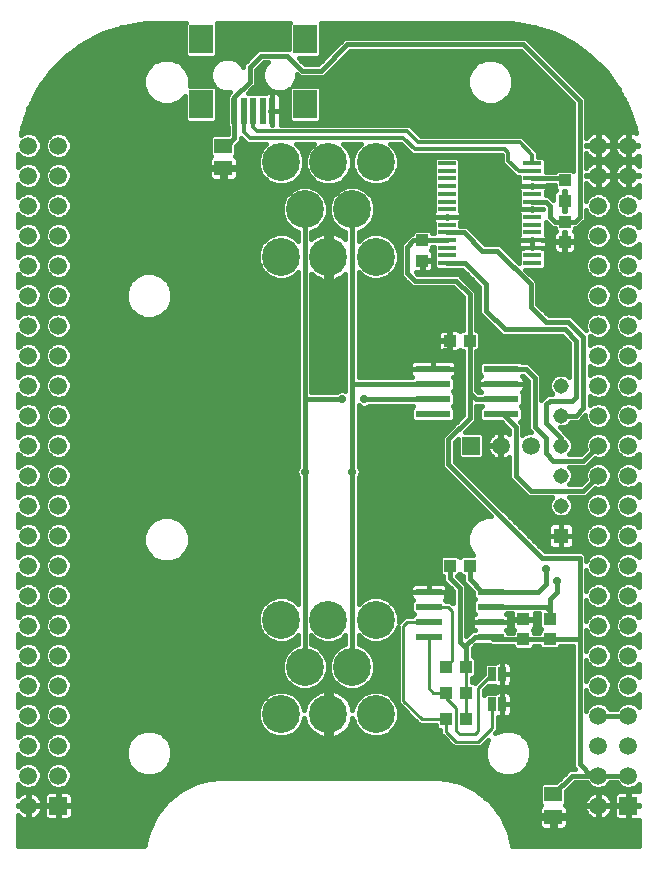
<source format=gbl>
G75*
G70*
%OFA0B0*%
%FSLAX24Y24*%
%IPPOS*%
%LPD*%
%AMOC8*
5,1,8,0,0,1.08239X$1,22.5*
%
%ADD10R,0.0870X0.0240*%
%ADD11R,0.0433X0.0394*%
%ADD12R,0.0394X0.0433*%
%ADD13R,0.0250X0.0500*%
%ADD14R,0.0594X0.0594*%
%ADD15C,0.0594*%
%ADD16R,0.0591X0.0512*%
%ADD17C,0.1266*%
%ADD18R,0.1181X0.0236*%
%ADD19R,0.0515X0.0515*%
%ADD20C,0.0515*%
%ADD21R,0.0591X0.0157*%
%ADD22R,0.0787X0.0945*%
%ADD23R,0.0197X0.0909*%
%ADD24C,0.0160*%
%ADD25C,0.0290*%
%ADD26C,0.0100*%
%ADD27C,0.0120*%
D10*
X016220Y024000D03*
X016220Y024500D03*
X016220Y025000D03*
X016220Y025500D03*
X018280Y025500D03*
X018280Y025000D03*
X018280Y024500D03*
X018280Y024000D03*
D11*
X020250Y023915D03*
X020250Y024585D03*
X017585Y033875D03*
X016915Y033875D03*
D12*
X016000Y036540D03*
X016000Y037210D03*
X020750Y037165D03*
X020750Y037835D03*
X020750Y038540D03*
X020750Y039210D03*
X017585Y026375D03*
X016915Y026375D03*
X016790Y023000D03*
X017460Y023000D03*
X017460Y022125D03*
X017460Y021250D03*
X016790Y021250D03*
X016790Y022125D03*
X019375Y023915D03*
X019375Y024585D03*
D13*
X018677Y022750D03*
X018323Y022750D03*
X018323Y021750D03*
X018677Y021750D03*
D14*
X022875Y018375D03*
X017625Y030375D03*
X003875Y018375D03*
D15*
X003875Y019375D03*
X003875Y020375D03*
X003875Y021375D03*
X003875Y022375D03*
X003875Y023375D03*
X003875Y024375D03*
X003875Y025375D03*
X003875Y026375D03*
X003875Y027375D03*
X003875Y028375D03*
X003875Y029375D03*
X003875Y030375D03*
X003875Y031375D03*
X003875Y032375D03*
X003875Y033375D03*
X003875Y034375D03*
X003875Y035375D03*
X003875Y036375D03*
X003875Y037375D03*
X003875Y038375D03*
X003875Y039375D03*
X003875Y040375D03*
X002875Y040375D03*
X002875Y039375D03*
X002875Y038375D03*
X002875Y037375D03*
X002875Y036375D03*
X002875Y035375D03*
X002875Y034375D03*
X002875Y033375D03*
X002875Y032375D03*
X002875Y031375D03*
X002875Y030375D03*
X002875Y029375D03*
X002875Y028375D03*
X002875Y027375D03*
X002875Y026375D03*
X002875Y025375D03*
X002875Y024375D03*
X002875Y023375D03*
X002875Y022375D03*
X002875Y021375D03*
X002875Y020375D03*
X002875Y019375D03*
X002875Y018375D03*
X018625Y030375D03*
X019625Y030375D03*
X021875Y030375D03*
X021875Y029375D03*
X021875Y028375D03*
X021875Y027375D03*
X021875Y026375D03*
X021875Y025375D03*
X021875Y024375D03*
X021875Y023375D03*
X021875Y022375D03*
X021875Y021375D03*
X021875Y020375D03*
X021875Y019375D03*
X021875Y018375D03*
X022875Y019375D03*
X022875Y020375D03*
X022875Y021375D03*
X022875Y022375D03*
X022875Y023375D03*
X022875Y024375D03*
X022875Y025375D03*
X022875Y026375D03*
X022875Y027375D03*
X022875Y028375D03*
X022875Y029375D03*
X022875Y030375D03*
X022875Y031375D03*
X022875Y032375D03*
X022875Y033375D03*
X022875Y034375D03*
X022875Y035375D03*
X022875Y036375D03*
X022875Y037375D03*
X022875Y038375D03*
X022875Y039375D03*
X022875Y040375D03*
X021875Y040375D03*
X021875Y039375D03*
X021875Y038375D03*
X021875Y037375D03*
X021875Y036375D03*
X021875Y035375D03*
X021875Y034375D03*
X021875Y033375D03*
X021875Y032375D03*
X021875Y031375D03*
D16*
X020375Y018749D03*
X020375Y018001D03*
X009375Y039626D03*
X009375Y040374D03*
D17*
X011300Y039825D03*
X012088Y038250D03*
X012875Y036675D03*
X013662Y038250D03*
X014450Y036675D03*
X014450Y039825D03*
X012875Y039825D03*
X011300Y036675D03*
X011300Y024575D03*
X012088Y023000D03*
X012875Y021425D03*
X013662Y023000D03*
X014450Y021425D03*
X014450Y024575D03*
X012875Y024575D03*
X011300Y021425D03*
D18*
X016358Y031428D03*
X016358Y031928D03*
X016358Y032428D03*
X016358Y032928D03*
X018642Y032928D03*
X018642Y032428D03*
X018642Y031928D03*
X018642Y031428D03*
D19*
X020625Y027375D03*
D20*
X020625Y028375D03*
X020625Y029375D03*
X020625Y030375D03*
X020625Y031375D03*
X020625Y032375D03*
D21*
X019677Y036462D03*
X019677Y036718D03*
X019677Y036973D03*
X019677Y037229D03*
X019677Y037485D03*
X019677Y037741D03*
X019677Y037997D03*
X019677Y038253D03*
X019677Y038509D03*
X019677Y038765D03*
X019677Y039021D03*
X019677Y039277D03*
X019677Y039532D03*
X019677Y039788D03*
X016823Y039788D03*
X016823Y039532D03*
X016823Y039277D03*
X016823Y039021D03*
X016823Y038765D03*
X016823Y038509D03*
X016823Y038253D03*
X016823Y037997D03*
X016823Y037741D03*
X016823Y037485D03*
X016823Y037229D03*
X016823Y036973D03*
X016823Y036718D03*
X016823Y036462D03*
D22*
X012107Y041747D03*
X012107Y043912D03*
X008643Y043912D03*
X008643Y041747D03*
D23*
X009745Y041525D03*
X010060Y041525D03*
X010375Y041525D03*
X010690Y041525D03*
X011005Y041525D03*
D24*
X002530Y018046D02*
X002530Y017030D01*
X006744Y017030D01*
X006853Y017507D01*
X006853Y017507D01*
X007113Y018046D01*
X007486Y018514D01*
X007486Y018514D01*
X007954Y018887D01*
X008493Y019147D01*
X009076Y019280D01*
X009076Y019280D01*
X016674Y019280D01*
X017257Y019147D01*
X017257Y019147D01*
X017796Y018887D01*
X017796Y018887D01*
X018264Y018514D01*
X018264Y018514D01*
X018264Y018514D01*
X018637Y018046D01*
X018637Y018046D01*
X018897Y017507D01*
X018897Y017507D01*
X019006Y017030D01*
X023220Y017030D01*
X023220Y017905D01*
X023196Y017898D01*
X022893Y017898D01*
X022893Y018357D01*
X022857Y018357D01*
X022857Y017898D01*
X022554Y017898D01*
X022509Y017910D01*
X022468Y017934D01*
X022434Y017968D01*
X022410Y018009D01*
X022398Y018054D01*
X022398Y018357D01*
X022857Y018357D01*
X022857Y018393D01*
X022398Y018393D01*
X022398Y018696D01*
X022410Y018741D01*
X022434Y018782D01*
X022468Y018816D01*
X022509Y018840D01*
X022554Y018852D01*
X022857Y018852D01*
X022857Y018393D01*
X022893Y018393D01*
X022893Y018852D01*
X023196Y018852D01*
X023220Y018845D01*
X023220Y019102D01*
X023122Y019005D01*
X022962Y018938D01*
X022788Y018938D01*
X022628Y019005D01*
X022505Y019128D01*
X022493Y019155D01*
X022257Y019155D01*
X022245Y019128D01*
X022122Y019005D01*
X021962Y018938D01*
X021788Y018938D01*
X021628Y019005D01*
X021505Y019128D01*
X021493Y019155D01*
X021091Y019155D01*
X020810Y018874D01*
X020810Y018435D01*
X020778Y018403D01*
X020781Y018401D01*
X020814Y018367D01*
X020838Y018326D01*
X020850Y018281D01*
X020850Y018049D01*
X020423Y018049D01*
X020423Y017953D01*
X020850Y017953D01*
X020850Y017721D01*
X020838Y017676D01*
X020814Y017635D01*
X020781Y017601D01*
X020740Y017577D01*
X020694Y017565D01*
X020423Y017565D01*
X020423Y017953D01*
X020327Y017953D01*
X019900Y017953D01*
X019900Y017721D01*
X019912Y017676D01*
X019936Y017635D01*
X019969Y017601D01*
X020010Y017577D01*
X020056Y017565D01*
X020327Y017565D01*
X020327Y017953D01*
X020327Y018049D01*
X019900Y018049D01*
X019900Y018281D01*
X019912Y018326D01*
X019936Y018367D01*
X019969Y018401D01*
X019972Y018403D01*
X019940Y018435D01*
X019940Y019063D01*
X020022Y019145D01*
X020459Y019145D01*
X020909Y019595D01*
X021094Y019595D01*
X021030Y019659D01*
X021030Y023695D01*
X020607Y023695D01*
X020607Y023661D01*
X020525Y023579D01*
X019975Y023579D01*
X019893Y023661D01*
X019893Y023695D01*
X019712Y023695D01*
X019712Y023641D01*
X019630Y023559D01*
X019120Y023559D01*
X019038Y023641D01*
X019038Y023695D01*
X018274Y023695D01*
X018229Y023740D01*
X017801Y023740D01*
X017680Y023619D01*
X017680Y023357D01*
X017714Y023357D01*
X017796Y023275D01*
X017796Y022725D01*
X017714Y022643D01*
X017650Y022643D01*
X017650Y022482D01*
X017714Y022482D01*
X017750Y022446D01*
X018058Y022754D01*
X018058Y023058D01*
X018140Y023140D01*
X018438Y023140D01*
X018442Y023144D01*
X018483Y023168D01*
X018528Y023180D01*
X018677Y023180D01*
X018677Y022750D01*
X018677Y022750D01*
X018677Y022750D01*
X018677Y022320D01*
X018528Y022320D01*
X018483Y022332D01*
X018442Y022356D01*
X018438Y022360D01*
X018202Y022360D01*
X018065Y022223D01*
X018065Y022065D01*
X018140Y022140D01*
X018438Y022140D01*
X018442Y022144D01*
X018483Y022168D01*
X018528Y022180D01*
X018677Y022180D01*
X018677Y021750D01*
X018677Y021750D01*
X018677Y021750D01*
X018677Y021320D01*
X018528Y021320D01*
X018513Y021324D01*
X018513Y020869D01*
X018429Y020785D01*
X018705Y020900D01*
X019013Y020900D01*
X019298Y020782D01*
X019515Y020564D01*
X019633Y020280D01*
X019633Y019972D01*
X019515Y019688D01*
X019298Y019470D01*
X019013Y019352D01*
X018705Y019352D01*
X018421Y019470D01*
X018203Y019688D01*
X018086Y019972D01*
X018086Y020280D01*
X018200Y020556D01*
X017954Y020310D01*
X017046Y020310D01*
X016935Y020421D01*
X016935Y020421D01*
X016712Y020645D01*
X016712Y020645D01*
X016600Y020756D01*
X016600Y020893D01*
X016536Y020893D01*
X016454Y020975D01*
X016454Y021060D01*
X015921Y021060D01*
X015810Y021171D01*
X015185Y021796D01*
X015185Y024330D01*
X015105Y024137D01*
X014888Y023919D01*
X014604Y023802D01*
X014296Y023802D01*
X014012Y023919D01*
X013882Y024049D01*
X013882Y023746D01*
X014100Y023655D01*
X014318Y023438D01*
X014435Y023154D01*
X014435Y022846D01*
X014318Y022562D01*
X014100Y022345D01*
X013816Y022227D01*
X013509Y022227D01*
X013224Y022345D01*
X013007Y022562D01*
X012889Y022846D01*
X012889Y023154D01*
X013007Y023438D01*
X013224Y023655D01*
X013442Y023746D01*
X013442Y024049D01*
X013313Y023919D01*
X013029Y023802D01*
X012721Y023802D01*
X012437Y023919D01*
X012308Y024049D01*
X012308Y023746D01*
X012526Y023655D01*
X012743Y023438D01*
X012861Y023154D01*
X012861Y022846D01*
X012743Y022562D01*
X012526Y022345D01*
X012241Y022227D01*
X011934Y022227D01*
X011650Y022345D01*
X011432Y022562D01*
X011315Y022846D01*
X011315Y023154D01*
X011432Y023438D01*
X011650Y023655D01*
X011868Y023746D01*
X011868Y024049D01*
X011738Y023919D01*
X011454Y023802D01*
X011146Y023802D01*
X010862Y023919D01*
X010645Y024137D01*
X010527Y024421D01*
X010527Y024729D01*
X010645Y025013D01*
X010862Y025230D01*
X011146Y025348D01*
X011454Y025348D01*
X011738Y025230D01*
X011868Y025101D01*
X011868Y029317D01*
X011846Y029339D01*
X011803Y029443D01*
X011803Y029557D01*
X011846Y029661D01*
X011868Y029683D01*
X011868Y036149D01*
X011738Y036020D01*
X011454Y035902D01*
X011146Y035902D01*
X010862Y036020D01*
X010645Y036237D01*
X010527Y036521D01*
X010527Y036829D01*
X010645Y037113D01*
X010862Y037331D01*
X011146Y037448D01*
X011454Y037448D01*
X011738Y037331D01*
X011868Y037201D01*
X011868Y037504D01*
X011650Y037595D01*
X011432Y037812D01*
X011315Y038096D01*
X011315Y038404D01*
X011432Y038688D01*
X011650Y038905D01*
X011934Y039023D01*
X012241Y039023D01*
X012526Y038905D01*
X012743Y038688D01*
X012861Y038404D01*
X012861Y038096D01*
X012743Y037812D01*
X012526Y037595D01*
X012308Y037504D01*
X012308Y037258D01*
X012338Y037288D01*
X012422Y037353D01*
X012515Y037406D01*
X012613Y037447D01*
X012716Y037474D01*
X012795Y037485D01*
X012795Y036755D01*
X012955Y036755D01*
X012955Y037485D01*
X013034Y037474D01*
X013137Y037447D01*
X013235Y037406D01*
X013328Y037353D01*
X013412Y037288D01*
X013442Y037258D01*
X013442Y037504D01*
X013224Y037595D01*
X013007Y037812D01*
X012889Y038096D01*
X012889Y038404D01*
X013007Y038688D01*
X013224Y038905D01*
X013509Y039023D01*
X013816Y039023D01*
X014100Y038905D01*
X014318Y038688D01*
X014435Y038404D01*
X014435Y038096D01*
X014318Y037812D01*
X014100Y037595D01*
X013882Y037504D01*
X013882Y037201D01*
X014012Y037331D01*
X014296Y037448D01*
X014604Y037448D01*
X014888Y037331D01*
X015105Y037113D01*
X015223Y036829D01*
X015223Y036521D01*
X015105Y036237D01*
X014888Y036020D01*
X014604Y035902D01*
X014296Y035902D01*
X014012Y036020D01*
X013882Y036149D01*
X013882Y032648D01*
X015672Y032648D01*
X015678Y032654D01*
X015657Y032666D01*
X015624Y032700D01*
X015600Y032741D01*
X015588Y032786D01*
X015588Y032928D01*
X016358Y032928D01*
X016358Y032928D01*
X015588Y032928D01*
X015588Y033070D01*
X015600Y033116D01*
X015624Y033157D01*
X015657Y033190D01*
X015698Y033214D01*
X015744Y033226D01*
X016358Y033226D01*
X016358Y032928D01*
X016358Y032928D01*
X016358Y032928D01*
X017129Y032928D01*
X017129Y032786D01*
X017117Y032741D01*
X017093Y032700D01*
X017059Y032666D01*
X017039Y032654D01*
X017089Y032604D01*
X017089Y032252D01*
X017015Y032178D01*
X017089Y032104D01*
X017089Y031752D01*
X017015Y031678D01*
X017089Y031604D01*
X017089Y031252D01*
X017007Y031170D01*
X015710Y031170D01*
X015628Y031252D01*
X015628Y031604D01*
X015702Y031678D01*
X015672Y031708D01*
X014255Y031708D01*
X014233Y031687D01*
X014129Y031643D01*
X014015Y031643D01*
X013910Y031687D01*
X013882Y031715D01*
X013882Y029683D01*
X013904Y029661D01*
X013947Y029557D01*
X013947Y029443D01*
X013904Y029339D01*
X013882Y029317D01*
X013882Y025101D01*
X014012Y025230D01*
X014296Y025348D01*
X014604Y025348D01*
X014888Y025230D01*
X015105Y025013D01*
X015223Y024729D01*
X015223Y024492D01*
X015296Y024565D01*
X015421Y024690D01*
X015657Y024690D01*
X015717Y024750D01*
X015645Y024822D01*
X015645Y025178D01*
X015693Y025226D01*
X015674Y025236D01*
X015641Y025269D01*
X015617Y025311D01*
X015605Y025356D01*
X015605Y025500D01*
X016220Y025500D01*
X016220Y025500D01*
X016220Y025800D01*
X016679Y025800D01*
X016724Y025788D01*
X016766Y025764D01*
X016799Y025731D01*
X016823Y025689D01*
X016835Y025644D01*
X016835Y025500D01*
X016220Y025500D01*
X016220Y025500D01*
X016220Y025500D01*
X016220Y025800D01*
X015761Y025800D01*
X015716Y025788D01*
X015674Y025764D01*
X015641Y025731D01*
X015617Y025689D01*
X015605Y025644D01*
X015605Y025500D01*
X016220Y025500D01*
X016835Y025500D01*
X016835Y025356D01*
X016823Y025311D01*
X016799Y025269D01*
X016766Y025236D01*
X016747Y025226D01*
X016783Y025190D01*
X016954Y025190D01*
X017030Y025114D01*
X017030Y025534D01*
X016695Y025869D01*
X016695Y026018D01*
X016661Y026018D01*
X016579Y026100D01*
X016579Y026650D01*
X016661Y026732D01*
X017170Y026732D01*
X017250Y026652D01*
X017330Y026732D01*
X017695Y026732D01*
X017613Y026814D01*
X017495Y027098D01*
X017495Y027406D01*
X017613Y027690D01*
X017830Y027908D01*
X018115Y028026D01*
X018288Y028026D01*
X016784Y029530D01*
X016655Y029659D01*
X016655Y030672D01*
X017365Y031381D01*
X017365Y033538D01*
X017310Y033538D01*
X017278Y033571D01*
X017276Y033568D01*
X017242Y033534D01*
X017201Y033510D01*
X017156Y033498D01*
X016934Y033498D01*
X016934Y033857D01*
X016897Y033857D01*
X016519Y033857D01*
X016519Y033654D01*
X016531Y033609D01*
X016555Y033568D01*
X016588Y033534D01*
X016629Y033510D01*
X016675Y033498D01*
X016897Y033498D01*
X016897Y033857D01*
X016897Y033893D01*
X016519Y033893D01*
X016519Y034096D01*
X016531Y034141D01*
X016555Y034182D01*
X016588Y034216D01*
X016629Y034240D01*
X016675Y034252D01*
X016897Y034252D01*
X016897Y033893D01*
X016934Y033893D01*
X016934Y034252D01*
X017156Y034252D01*
X017201Y034240D01*
X017242Y034216D01*
X017276Y034182D01*
X017278Y034179D01*
X017310Y034212D01*
X017365Y034212D01*
X017365Y035324D01*
X017034Y035655D01*
X015659Y035655D01*
X015530Y035784D01*
X015530Y035784D01*
X015409Y035905D01*
X015409Y035905D01*
X015280Y036034D01*
X015280Y037091D01*
X015490Y037301D01*
X015619Y037430D01*
X015663Y037430D01*
X015663Y037484D01*
X015745Y037566D01*
X016255Y037566D01*
X016337Y037484D01*
X016337Y037449D01*
X016388Y037449D01*
X016388Y037804D01*
X016384Y037808D01*
X016360Y037849D01*
X016348Y037895D01*
X016348Y037997D01*
X016823Y037997D01*
X016823Y037997D01*
X017298Y037997D01*
X017298Y037895D01*
X017286Y037849D01*
X017262Y037808D01*
X017258Y037804D01*
X017258Y037705D01*
X017481Y037705D01*
X018091Y037095D01*
X018409Y037095D01*
X018591Y037095D01*
X019242Y036444D01*
X019242Y036780D01*
X019238Y036784D01*
X019214Y036825D01*
X019202Y036871D01*
X019202Y036973D01*
X019348Y036973D01*
X019348Y036973D01*
X019202Y036973D01*
X019202Y037076D01*
X019209Y037101D01*
X019202Y037127D01*
X019202Y037229D01*
X019348Y037229D01*
X019348Y037229D01*
X019202Y037229D01*
X019202Y037332D01*
X019214Y037378D01*
X019238Y037419D01*
X019242Y037423D01*
X019242Y038060D01*
X019238Y038064D01*
X019214Y038105D01*
X019202Y038151D01*
X019202Y038253D01*
X019677Y038253D01*
X019677Y038253D01*
X019202Y038253D01*
X019202Y038355D01*
X019214Y038401D01*
X019238Y038442D01*
X019242Y038446D01*
X019242Y038827D01*
X019238Y038831D01*
X019214Y038872D01*
X019202Y038918D01*
X019202Y039021D01*
X019677Y039021D01*
X019677Y039057D01*
X019677Y039057D01*
X019677Y039021D01*
X019677Y039021D01*
X019677Y039021D01*
X019202Y039021D01*
X019202Y039123D01*
X019214Y039169D01*
X019238Y039210D01*
X019242Y039214D01*
X019242Y039332D01*
X019135Y039332D01*
X018792Y039675D01*
X018675Y039792D01*
X018675Y040042D01*
X018667Y040050D01*
X015667Y040050D01*
X015292Y040425D01*
X014943Y040425D01*
X015105Y040263D01*
X015223Y039979D01*
X015223Y039671D01*
X015105Y039387D01*
X014888Y039169D01*
X014604Y039052D01*
X014296Y039052D01*
X014012Y039169D01*
X013794Y039387D01*
X013677Y039671D01*
X013677Y039979D01*
X013794Y040263D01*
X013957Y040425D01*
X013368Y040425D01*
X013530Y040263D01*
X013648Y039979D01*
X013648Y039671D01*
X013530Y039387D01*
X013313Y039169D01*
X013029Y039052D01*
X012721Y039052D01*
X012437Y039169D01*
X012220Y039387D01*
X012102Y039671D01*
X012102Y039979D01*
X012220Y040263D01*
X012382Y040425D01*
X011793Y040425D01*
X011956Y040263D01*
X012073Y039979D01*
X012073Y039671D01*
X011956Y039387D01*
X011738Y039169D01*
X011454Y039052D01*
X011146Y039052D01*
X010862Y039169D01*
X010645Y039387D01*
X010527Y039671D01*
X010527Y039979D01*
X010645Y040263D01*
X010807Y040425D01*
X010167Y040425D01*
X010050Y040542D01*
X010050Y040542D01*
X009977Y040615D01*
X009977Y040615D01*
X009965Y040627D01*
X009965Y040529D01*
X009810Y040374D01*
X009810Y040060D01*
X009778Y040028D01*
X009781Y040026D01*
X009814Y039992D01*
X009838Y039951D01*
X009850Y039906D01*
X009850Y039674D01*
X009423Y039674D01*
X009423Y039578D01*
X009850Y039578D01*
X009850Y039346D01*
X009838Y039301D01*
X009814Y039260D01*
X009781Y039226D01*
X009740Y039202D01*
X009694Y039190D01*
X009423Y039190D01*
X009423Y039578D01*
X009327Y039578D01*
X008900Y039578D01*
X008900Y039346D01*
X008912Y039301D01*
X008936Y039260D01*
X008969Y039226D01*
X009010Y039202D01*
X009056Y039190D01*
X009327Y039190D01*
X009327Y039578D01*
X009327Y039674D01*
X008900Y039674D01*
X008900Y039906D01*
X008912Y039951D01*
X008936Y039992D01*
X008969Y040026D01*
X008972Y040028D01*
X008940Y040060D01*
X008940Y040688D01*
X009022Y040770D01*
X009525Y040770D01*
X009525Y040994D01*
X009507Y041013D01*
X009507Y042037D01*
X009525Y042056D01*
X009525Y042086D01*
X009593Y042154D01*
X009394Y042154D01*
X009182Y042242D01*
X009176Y042248D01*
X009176Y041217D01*
X009094Y041135D01*
X008191Y041135D01*
X008109Y041217D01*
X008109Y042036D01*
X007920Y041846D01*
X007635Y041728D01*
X007327Y041728D01*
X007043Y041846D01*
X006825Y042064D01*
X006708Y042348D01*
X006708Y042656D01*
X006825Y042940D01*
X007043Y043158D01*
X007327Y043276D01*
X007635Y043276D01*
X007920Y043158D01*
X008137Y042940D01*
X008255Y042656D01*
X008255Y042359D01*
X009065Y042359D01*
X009020Y042405D01*
X008932Y042617D01*
X008932Y042846D01*
X009020Y043058D01*
X009182Y043220D01*
X009394Y043308D01*
X009624Y043308D01*
X009836Y043220D01*
X009998Y043058D01*
X010030Y042981D01*
X010030Y043091D01*
X010405Y043466D01*
X010534Y043595D01*
X011574Y043595D01*
X011574Y044443D01*
X011601Y044470D01*
X009149Y044470D01*
X009176Y044443D01*
X009176Y043382D01*
X009094Y043300D01*
X008191Y043300D01*
X008109Y043382D01*
X008109Y044443D01*
X008136Y044470D01*
X007125Y044470D01*
X006764Y044456D01*
X006052Y044343D01*
X005367Y044120D01*
X004724Y043793D01*
X004141Y043369D01*
X003631Y042859D01*
X003207Y042276D01*
X002880Y041633D01*
X002657Y040948D01*
X002624Y040742D01*
X002628Y040745D01*
X002788Y040812D01*
X002962Y040812D01*
X003122Y040745D01*
X003245Y040622D01*
X003312Y040462D01*
X003312Y040288D01*
X003245Y040128D01*
X003122Y040005D01*
X002962Y039938D01*
X002788Y039938D01*
X002628Y040005D01*
X002539Y040094D01*
X002530Y039875D01*
X002530Y039648D01*
X002628Y039745D01*
X002788Y039812D01*
X002962Y039812D01*
X003122Y039745D01*
X003245Y039622D01*
X003312Y039462D01*
X003312Y039288D01*
X003245Y039128D01*
X003122Y039005D01*
X002962Y038938D01*
X002788Y038938D01*
X002628Y039005D01*
X002530Y039102D01*
X002530Y038648D01*
X002628Y038745D01*
X002788Y038812D01*
X002962Y038812D01*
X003122Y038745D01*
X003245Y038622D01*
X003312Y038462D01*
X003312Y038288D01*
X003245Y038128D01*
X003122Y038005D01*
X002962Y037938D01*
X002788Y037938D01*
X002628Y038005D01*
X002530Y038102D01*
X002530Y037648D01*
X002628Y037745D01*
X002788Y037812D01*
X002962Y037812D01*
X003122Y037745D01*
X003245Y037622D01*
X003312Y037462D01*
X003312Y037288D01*
X003245Y037128D01*
X003122Y037005D01*
X002962Y036938D01*
X002788Y036938D01*
X002628Y037005D01*
X002530Y037102D01*
X002530Y036648D01*
X002628Y036745D01*
X002788Y036812D01*
X002962Y036812D01*
X003122Y036745D01*
X003245Y036622D01*
X003312Y036462D01*
X003312Y036288D01*
X003245Y036128D01*
X003122Y036005D01*
X002962Y035938D01*
X002788Y035938D01*
X002628Y036005D01*
X002530Y036102D01*
X002530Y035648D01*
X002628Y035745D01*
X002788Y035812D01*
X002962Y035812D01*
X003122Y035745D01*
X003245Y035622D01*
X003312Y035462D01*
X003312Y035288D01*
X003245Y035128D01*
X003122Y035005D01*
X002962Y034938D01*
X002788Y034938D01*
X002628Y035005D01*
X002530Y035102D01*
X002530Y034648D01*
X002628Y034745D01*
X002788Y034812D01*
X002962Y034812D01*
X003122Y034745D01*
X003245Y034622D01*
X003312Y034462D01*
X003312Y034288D01*
X003245Y034128D01*
X003122Y034005D01*
X002962Y033938D01*
X002788Y033938D01*
X002628Y034005D01*
X002530Y034102D01*
X002530Y033648D01*
X002628Y033745D01*
X002788Y033812D01*
X002962Y033812D01*
X003122Y033745D01*
X003245Y033622D01*
X003312Y033462D01*
X003312Y033288D01*
X003245Y033128D01*
X003122Y033005D01*
X002962Y032938D01*
X002788Y032938D01*
X002628Y033005D01*
X002530Y033102D01*
X002530Y032648D01*
X002628Y032745D01*
X002788Y032812D01*
X002962Y032812D01*
X003122Y032745D01*
X003245Y032622D01*
X003312Y032462D01*
X003312Y032288D01*
X003245Y032128D01*
X003122Y032005D01*
X002962Y031938D01*
X002788Y031938D01*
X002628Y032005D01*
X002530Y032102D01*
X002530Y031648D01*
X002628Y031745D01*
X002788Y031812D01*
X002962Y031812D01*
X003122Y031745D01*
X003245Y031622D01*
X003312Y031462D01*
X003312Y031288D01*
X003245Y031128D01*
X003122Y031005D01*
X003628Y031005D01*
X003788Y030938D01*
X003962Y030938D01*
X004122Y031005D01*
X011868Y031005D01*
X011868Y031163D02*
X004260Y031163D01*
X004245Y031128D02*
X004312Y031288D01*
X004312Y031462D01*
X004245Y031622D01*
X004122Y031745D01*
X003962Y031812D01*
X003788Y031812D01*
X003628Y031745D01*
X003505Y031622D01*
X003438Y031462D01*
X003438Y031288D01*
X003505Y031128D01*
X003628Y031005D01*
X003490Y031163D02*
X003260Y031163D01*
X003312Y031322D02*
X003438Y031322D01*
X003446Y031480D02*
X003304Y031480D01*
X003229Y031639D02*
X003521Y031639D01*
X003752Y031797D02*
X002998Y031797D01*
X003004Y031956D02*
X003746Y031956D01*
X003788Y031938D02*
X003962Y031938D01*
X004122Y032005D01*
X004245Y032128D01*
X004312Y032288D01*
X004312Y032462D01*
X004245Y032622D01*
X004122Y032745D01*
X003962Y032812D01*
X003788Y032812D01*
X003628Y032745D01*
X003505Y032622D01*
X003438Y032462D01*
X003438Y032288D01*
X003505Y032128D01*
X003628Y032005D01*
X003788Y031938D01*
X004004Y031956D02*
X011868Y031956D01*
X011868Y032114D02*
X004232Y032114D01*
X004305Y032273D02*
X011868Y032273D01*
X011868Y032431D02*
X004312Y032431D01*
X004259Y032590D02*
X011868Y032590D01*
X011868Y032748D02*
X004116Y032748D01*
X003962Y032938D02*
X004122Y033005D01*
X004245Y033128D01*
X004312Y033288D01*
X004312Y033462D01*
X004245Y033622D01*
X004122Y033745D01*
X003962Y033812D01*
X003788Y033812D01*
X003628Y033745D01*
X003505Y033622D01*
X003438Y033462D01*
X003438Y033288D01*
X003505Y033128D01*
X003628Y033005D01*
X003788Y032938D01*
X003962Y032938D01*
X004183Y033065D02*
X011868Y033065D01*
X011868Y032907D02*
X002530Y032907D01*
X002530Y033065D02*
X002567Y033065D01*
X002530Y032748D02*
X002634Y032748D01*
X003116Y032748D02*
X003634Y032748D01*
X003491Y032590D02*
X003259Y032590D01*
X003312Y032431D02*
X003438Y032431D01*
X003445Y032273D02*
X003305Y032273D01*
X003232Y032114D02*
X003518Y032114D01*
X003998Y031797D02*
X011868Y031797D01*
X011868Y031639D02*
X004229Y031639D01*
X004304Y031480D02*
X011868Y031480D01*
X011868Y031322D02*
X004312Y031322D01*
X004245Y031128D02*
X004122Y031005D01*
X003962Y030812D02*
X003788Y030812D01*
X003628Y030745D01*
X003505Y030622D01*
X003438Y030462D01*
X003438Y030288D01*
X003505Y030128D01*
X003628Y030005D01*
X003788Y029938D01*
X003962Y029938D01*
X004122Y030005D01*
X004245Y030128D01*
X004312Y030288D01*
X004312Y030462D01*
X004245Y030622D01*
X004122Y030745D01*
X003962Y030812D01*
X004180Y030688D02*
X011868Y030688D01*
X011868Y030846D02*
X002530Y030846D01*
X002628Y030745D02*
X002530Y030648D01*
X002530Y031102D01*
X002628Y031005D01*
X002530Y031005D01*
X002628Y031005D02*
X002788Y030938D01*
X002962Y030938D01*
X003122Y031005D01*
X002962Y030812D02*
X002788Y030812D01*
X002628Y030745D01*
X002570Y030688D02*
X002530Y030688D01*
X002530Y030102D02*
X002628Y030005D01*
X002788Y029938D01*
X002962Y029938D01*
X003122Y030005D01*
X003245Y030128D01*
X003312Y030288D01*
X003312Y030462D01*
X003245Y030622D01*
X003122Y030745D01*
X002962Y030812D01*
X003180Y030688D02*
X003570Y030688D01*
X003466Y030529D02*
X003284Y030529D01*
X003312Y030371D02*
X003438Y030371D01*
X003470Y030212D02*
X003280Y030212D01*
X003171Y030054D02*
X003579Y030054D01*
X003628Y029745D02*
X003505Y029622D01*
X003438Y029462D01*
X003438Y029288D01*
X003505Y029128D01*
X003628Y029005D01*
X003788Y028938D01*
X003962Y028938D01*
X004122Y029005D01*
X004245Y029128D01*
X004312Y029288D01*
X004312Y029462D01*
X004245Y029622D01*
X004122Y029745D01*
X003962Y029812D01*
X003788Y029812D01*
X003628Y029745D01*
X003619Y029737D02*
X003131Y029737D01*
X003122Y029745D02*
X002962Y029812D01*
X002788Y029812D01*
X002628Y029745D01*
X002530Y029648D01*
X002530Y030102D01*
X002530Y030054D02*
X002579Y030054D01*
X002530Y029895D02*
X011868Y029895D01*
X011868Y029737D02*
X004131Y029737D01*
X004264Y029578D02*
X011811Y029578D01*
X011812Y029420D02*
X004312Y029420D01*
X004301Y029261D02*
X011868Y029261D01*
X011868Y029103D02*
X004220Y029103D01*
X003976Y028944D02*
X011868Y028944D01*
X011868Y028786D02*
X004025Y028786D01*
X003962Y028812D02*
X003788Y028812D01*
X003628Y028745D01*
X003505Y028622D01*
X003438Y028462D01*
X003438Y028288D01*
X003505Y028128D01*
X003628Y028005D01*
X003788Y027938D01*
X003962Y027938D01*
X004122Y028005D01*
X004245Y028128D01*
X004312Y028288D01*
X004312Y028462D01*
X004245Y028622D01*
X004122Y028745D01*
X003962Y028812D01*
X003774Y028944D02*
X002976Y028944D01*
X002962Y028938D02*
X003122Y029005D01*
X003245Y029128D01*
X003312Y029288D01*
X003312Y029462D01*
X003245Y029622D01*
X003122Y029745D01*
X003264Y029578D02*
X003486Y029578D01*
X003438Y029420D02*
X003312Y029420D01*
X003301Y029261D02*
X003449Y029261D01*
X003530Y029103D02*
X003220Y029103D01*
X002962Y028938D02*
X002788Y028938D01*
X002628Y029005D01*
X002530Y029102D01*
X002530Y028648D01*
X002628Y028745D01*
X002788Y028812D01*
X002962Y028812D01*
X003122Y028745D01*
X003245Y028622D01*
X003312Y028462D01*
X003312Y028288D01*
X003245Y028128D01*
X003122Y028005D01*
X002962Y027938D01*
X002788Y027938D01*
X002628Y028005D01*
X002530Y028102D01*
X002530Y027648D01*
X002628Y027745D01*
X002788Y027812D01*
X002962Y027812D01*
X003122Y027745D01*
X003245Y027622D01*
X003312Y027462D01*
X003312Y027288D01*
X003245Y027128D01*
X003122Y027005D01*
X002962Y026938D01*
X002788Y026938D01*
X002628Y027005D01*
X002530Y027102D01*
X002530Y026648D01*
X002628Y026745D01*
X002788Y026812D01*
X002962Y026812D01*
X003122Y026745D01*
X003245Y026622D01*
X003312Y026462D01*
X003312Y026288D01*
X003245Y026128D01*
X003122Y026005D01*
X002962Y025938D01*
X002788Y025938D01*
X002628Y026005D01*
X002530Y026102D01*
X002530Y025648D01*
X002628Y025745D01*
X002788Y025812D01*
X002962Y025812D01*
X003122Y025745D01*
X003245Y025622D01*
X003312Y025462D01*
X003312Y025288D01*
X003245Y025128D01*
X003122Y025005D01*
X002962Y024938D01*
X002788Y024938D01*
X002628Y025005D01*
X002530Y025102D01*
X002530Y024648D01*
X002628Y024745D01*
X002788Y024812D01*
X002962Y024812D01*
X003122Y024745D01*
X003245Y024622D01*
X003312Y024462D01*
X003312Y024288D01*
X003245Y024128D01*
X003122Y024005D01*
X002962Y023938D01*
X002788Y023938D01*
X002628Y024005D01*
X002530Y024102D01*
X002530Y023648D01*
X002628Y023745D01*
X002788Y023812D01*
X002962Y023812D01*
X003122Y023745D01*
X003245Y023622D01*
X003312Y023462D01*
X003312Y023288D01*
X003245Y023128D01*
X003122Y023005D01*
X002962Y022938D01*
X002788Y022938D01*
X002628Y023005D01*
X002530Y023102D01*
X002530Y022648D01*
X002628Y022745D01*
X002788Y022812D01*
X002962Y022812D01*
X003122Y022745D01*
X003245Y022622D01*
X003312Y022462D01*
X003312Y022288D01*
X003245Y022128D01*
X003122Y022005D01*
X002962Y021938D01*
X002788Y021938D01*
X002628Y022005D01*
X002530Y022102D01*
X002530Y021648D01*
X002628Y021745D01*
X002788Y021812D01*
X002962Y021812D01*
X003122Y021745D01*
X003245Y021622D01*
X003312Y021462D01*
X003312Y021288D01*
X003245Y021128D01*
X003122Y021005D01*
X002962Y020938D01*
X002788Y020938D01*
X002628Y021005D01*
X002530Y021102D01*
X002530Y020648D01*
X002628Y020745D01*
X002788Y020812D01*
X002962Y020812D01*
X003122Y020745D01*
X003245Y020622D01*
X003312Y020462D01*
X003312Y020288D01*
X003245Y020128D01*
X003122Y020005D01*
X002962Y019938D01*
X002788Y019938D01*
X002628Y020005D01*
X002530Y020102D01*
X002530Y019648D01*
X002628Y019745D01*
X002788Y019812D01*
X002962Y019812D01*
X003122Y019745D01*
X003245Y019622D01*
X003312Y019462D01*
X003312Y019288D01*
X003245Y019128D01*
X003122Y019005D01*
X002962Y018938D01*
X002788Y018938D01*
X002628Y019005D01*
X002530Y019102D01*
X002530Y018704D01*
X002564Y018739D01*
X002625Y018783D01*
X002692Y018817D01*
X002763Y018840D01*
X002837Y018852D01*
X002857Y018852D01*
X002857Y018393D01*
X002893Y018393D01*
X002893Y018852D01*
X002913Y018852D01*
X002987Y018840D01*
X003058Y018817D01*
X003125Y018783D01*
X003186Y018739D01*
X003239Y018686D01*
X003283Y018625D01*
X003317Y018558D01*
X003340Y018487D01*
X003352Y018413D01*
X003352Y018393D01*
X002893Y018393D01*
X002893Y018357D01*
X003352Y018357D01*
X003352Y018337D01*
X003340Y018263D01*
X003317Y018192D01*
X003283Y018125D01*
X003239Y018064D01*
X003186Y018011D01*
X003125Y017967D01*
X003058Y017933D01*
X002987Y017910D01*
X002913Y017898D01*
X002893Y017898D01*
X002893Y018357D01*
X002857Y018357D01*
X002857Y017898D01*
X002837Y017898D01*
X002763Y017910D01*
X002692Y017933D01*
X002625Y017967D01*
X002564Y018011D01*
X002530Y018046D01*
X002530Y018008D02*
X002570Y018008D01*
X002530Y017849D02*
X007018Y017849D01*
X007094Y018008D02*
X004339Y018008D01*
X004340Y018009D02*
X004352Y018054D01*
X004352Y018357D01*
X003893Y018357D01*
X003893Y018393D01*
X003857Y018393D01*
X003857Y018852D01*
X003554Y018852D01*
X003509Y018840D01*
X003468Y018816D01*
X003434Y018782D01*
X003410Y018741D01*
X003398Y018696D01*
X003398Y018393D01*
X003857Y018393D01*
X003857Y018357D01*
X003893Y018357D01*
X003893Y017898D01*
X004196Y017898D01*
X004241Y017910D01*
X004282Y017934D01*
X004316Y017968D01*
X004340Y018009D01*
X004352Y018166D02*
X007208Y018166D01*
X007334Y018325D02*
X004352Y018325D01*
X004352Y018393D02*
X004352Y018696D01*
X004340Y018741D01*
X004316Y018782D01*
X004282Y018816D01*
X004241Y018840D01*
X004196Y018852D01*
X003893Y018852D01*
X003893Y018393D01*
X004352Y018393D01*
X004352Y018483D02*
X007461Y018483D01*
X007645Y018642D02*
X004352Y018642D01*
X004298Y018800D02*
X007844Y018800D01*
X008101Y018959D02*
X004011Y018959D01*
X003962Y018938D02*
X004122Y019005D01*
X004245Y019128D01*
X004312Y019288D01*
X004312Y019462D01*
X004245Y019622D01*
X004122Y019745D01*
X003962Y019812D01*
X003788Y019812D01*
X003628Y019745D01*
X003505Y019622D01*
X003438Y019462D01*
X003438Y019288D01*
X003505Y019128D01*
X003628Y019005D01*
X003788Y018938D01*
X003962Y018938D01*
X003893Y018800D02*
X003857Y018800D01*
X003857Y018642D02*
X003893Y018642D01*
X003893Y018483D02*
X003857Y018483D01*
X003857Y018357D02*
X003398Y018357D01*
X003398Y018054D01*
X003410Y018009D01*
X003434Y017968D01*
X003468Y017934D01*
X003509Y017910D01*
X003554Y017898D01*
X003857Y017898D01*
X003857Y018357D01*
X003857Y018325D02*
X003893Y018325D01*
X003893Y018166D02*
X003857Y018166D01*
X003857Y018008D02*
X003893Y018008D01*
X003411Y018008D02*
X003180Y018008D01*
X003304Y018166D02*
X003398Y018166D01*
X003398Y018325D02*
X003350Y018325D01*
X003341Y018483D02*
X003398Y018483D01*
X003398Y018642D02*
X003271Y018642D01*
X003091Y018800D02*
X003452Y018800D01*
X003515Y019117D02*
X003235Y019117D01*
X003307Y019276D02*
X003443Y019276D01*
X003438Y019434D02*
X003312Y019434D01*
X003258Y019593D02*
X003492Y019593D01*
X003641Y019751D02*
X003109Y019751D01*
X003186Y020068D02*
X003564Y020068D01*
X003505Y020128D02*
X003628Y020005D01*
X003788Y019938D01*
X003962Y019938D01*
X004122Y020005D01*
X004245Y020128D01*
X004312Y020288D01*
X004312Y020462D01*
X004245Y020622D01*
X004122Y020745D01*
X003962Y020812D01*
X003788Y020812D01*
X003628Y020745D01*
X003505Y020622D01*
X003438Y020462D01*
X003438Y020288D01*
X003505Y020128D01*
X003464Y020227D02*
X003286Y020227D01*
X003312Y020385D02*
X003438Y020385D01*
X003472Y020544D02*
X003278Y020544D01*
X003166Y020702D02*
X003584Y020702D01*
X003628Y021005D02*
X003788Y020938D01*
X003962Y020938D01*
X004122Y021005D01*
X004245Y021128D01*
X004312Y021288D01*
X004312Y021462D01*
X004245Y021622D01*
X004122Y021745D01*
X003962Y021812D01*
X003788Y021812D01*
X003628Y021745D01*
X003505Y021622D01*
X003438Y021462D01*
X003438Y021288D01*
X003505Y021128D01*
X003628Y021005D01*
X003613Y021019D02*
X003137Y021019D01*
X003266Y021178D02*
X003484Y021178D01*
X003438Y021336D02*
X003312Y021336D01*
X003298Y021495D02*
X003452Y021495D01*
X003535Y021653D02*
X003215Y021653D01*
X002963Y021812D02*
X003787Y021812D01*
X003788Y021938D02*
X003962Y021938D01*
X004122Y022005D01*
X004245Y022128D01*
X004312Y022288D01*
X004312Y022462D01*
X004245Y022622D01*
X004122Y022745D01*
X003962Y022812D01*
X003788Y022812D01*
X003628Y022745D01*
X003505Y022622D01*
X003438Y022462D01*
X003438Y022288D01*
X003505Y022128D01*
X003628Y022005D01*
X003788Y021938D01*
X003711Y021970D02*
X003039Y021970D01*
X003246Y022129D02*
X003504Y022129D01*
X003439Y022287D02*
X003311Y022287D01*
X003312Y022446D02*
X003438Y022446D01*
X003497Y022604D02*
X003253Y022604D01*
X003081Y022763D02*
X003669Y022763D01*
X003788Y022938D02*
X003962Y022938D01*
X004122Y023005D01*
X004245Y023128D01*
X004312Y023288D01*
X004312Y023462D01*
X004245Y023622D01*
X004122Y023745D01*
X003962Y023812D01*
X003788Y023812D01*
X003628Y023745D01*
X003505Y023622D01*
X003438Y023462D01*
X003438Y023288D01*
X003505Y023128D01*
X003628Y023005D01*
X003788Y022938D01*
X003553Y023080D02*
X003197Y023080D01*
X003291Y023238D02*
X003459Y023238D01*
X003438Y023397D02*
X003312Y023397D01*
X003273Y023555D02*
X003477Y023555D01*
X003596Y023714D02*
X003154Y023714D01*
X003148Y024031D02*
X003602Y024031D01*
X003628Y024005D02*
X003788Y023938D01*
X003962Y023938D01*
X004122Y024005D01*
X004245Y024128D01*
X004312Y024288D01*
X004312Y024462D01*
X004245Y024622D01*
X004122Y024745D01*
X003962Y024812D01*
X003788Y024812D01*
X003628Y024745D01*
X003505Y024622D01*
X003438Y024462D01*
X003438Y024288D01*
X003505Y024128D01*
X003628Y024005D01*
X003479Y024189D02*
X003271Y024189D01*
X003312Y024348D02*
X003438Y024348D01*
X003456Y024506D02*
X003294Y024506D01*
X003203Y024665D02*
X003547Y024665D01*
X003683Y024982D02*
X003067Y024982D01*
X003251Y025140D02*
X003499Y025140D01*
X003505Y025128D02*
X003628Y025005D01*
X003788Y024938D01*
X003962Y024938D01*
X004122Y025005D01*
X004245Y025128D01*
X004312Y025288D01*
X004312Y025462D01*
X004245Y025622D01*
X004122Y025745D01*
X003962Y025812D01*
X003788Y025812D01*
X003628Y025745D01*
X003505Y025622D01*
X003438Y025462D01*
X003438Y025288D01*
X003505Y025128D01*
X003438Y025299D02*
X003312Y025299D01*
X003312Y025457D02*
X003438Y025457D01*
X003502Y025616D02*
X003248Y025616D01*
X003053Y025774D02*
X003697Y025774D01*
X003788Y025938D02*
X003962Y025938D01*
X004122Y026005D01*
X004245Y026128D01*
X004312Y026288D01*
X004312Y026462D01*
X004245Y026622D01*
X004122Y026745D01*
X003962Y026812D01*
X003788Y026812D01*
X003628Y026745D01*
X003505Y026622D01*
X003438Y026462D01*
X003438Y026288D01*
X003505Y026128D01*
X003628Y026005D01*
X003788Y025938D01*
X003541Y026091D02*
X003209Y026091D01*
X003296Y026250D02*
X003454Y026250D01*
X003438Y026408D02*
X003312Y026408D01*
X003269Y026567D02*
X003481Y026567D01*
X003607Y026725D02*
X003143Y026725D01*
X003160Y027042D02*
X003590Y027042D01*
X003628Y027005D02*
X003788Y026938D01*
X003962Y026938D01*
X004122Y027005D01*
X004245Y027128D01*
X004312Y027288D01*
X004312Y027462D01*
X004245Y027622D01*
X004122Y027745D01*
X003962Y027812D01*
X003788Y027812D01*
X003628Y027745D01*
X003505Y027622D01*
X003438Y027462D01*
X003438Y027288D01*
X003505Y027128D01*
X003628Y027005D01*
X003474Y027201D02*
X003276Y027201D01*
X003312Y027359D02*
X003438Y027359D01*
X003461Y027518D02*
X003289Y027518D01*
X003192Y027676D02*
X003558Y027676D01*
X003656Y027993D02*
X003094Y027993D01*
X003255Y028152D02*
X003495Y028152D01*
X003438Y028310D02*
X003312Y028310D01*
X003309Y028469D02*
X003441Y028469D01*
X003509Y028627D02*
X003241Y028627D01*
X003025Y028786D02*
X003725Y028786D01*
X004241Y028627D02*
X011868Y028627D01*
X011868Y028469D02*
X004309Y028469D01*
X004312Y028310D02*
X011868Y028310D01*
X011868Y028152D02*
X004255Y028152D01*
X004094Y027993D02*
X007249Y027993D01*
X007327Y028026D02*
X007043Y027908D01*
X006825Y027690D01*
X006708Y027406D01*
X006708Y027098D01*
X006825Y026814D01*
X007043Y026596D01*
X007327Y026478D01*
X007635Y026478D01*
X007920Y026596D01*
X008137Y026814D01*
X008255Y027098D01*
X008255Y027406D01*
X008137Y027690D01*
X007920Y027908D01*
X007635Y028026D01*
X007327Y028026D01*
X007714Y027993D02*
X011868Y027993D01*
X011868Y027835D02*
X007993Y027835D01*
X008143Y027676D02*
X011868Y027676D01*
X011868Y027518D02*
X008209Y027518D01*
X008255Y027359D02*
X011868Y027359D01*
X011868Y027201D02*
X008255Y027201D01*
X008232Y027042D02*
X011868Y027042D01*
X011868Y026884D02*
X008166Y026884D01*
X008049Y026725D02*
X011868Y026725D01*
X011868Y026567D02*
X007848Y026567D01*
X007114Y026567D02*
X004269Y026567D01*
X004312Y026408D02*
X011868Y026408D01*
X011868Y026250D02*
X004296Y026250D01*
X004209Y026091D02*
X011868Y026091D01*
X011868Y025933D02*
X002530Y025933D01*
X002530Y026091D02*
X002541Y026091D01*
X002530Y025774D02*
X002697Y025774D01*
X002683Y024982D02*
X002530Y024982D01*
X002530Y024823D02*
X010566Y024823D01*
X010527Y024665D02*
X004203Y024665D01*
X004294Y024506D02*
X010527Y024506D01*
X010558Y024348D02*
X004312Y024348D01*
X004271Y024189D02*
X010623Y024189D01*
X010751Y024031D02*
X004148Y024031D01*
X004154Y023714D02*
X011790Y023714D01*
X011868Y023872D02*
X011624Y023872D01*
X011849Y024031D02*
X011868Y024031D01*
X011549Y023555D02*
X004273Y023555D01*
X004312Y023397D02*
X011415Y023397D01*
X011349Y023238D02*
X004291Y023238D01*
X004197Y023080D02*
X011315Y023080D01*
X011315Y022921D02*
X002530Y022921D01*
X002530Y022763D02*
X002669Y022763D01*
X002553Y023080D02*
X002530Y023080D01*
X002530Y023714D02*
X002596Y023714D01*
X002530Y023872D02*
X010977Y023872D01*
X011349Y022763D02*
X004081Y022763D01*
X004253Y022604D02*
X011415Y022604D01*
X011549Y022446D02*
X004312Y022446D01*
X004311Y022287D02*
X011789Y022287D01*
X011738Y022081D02*
X011454Y022198D01*
X011146Y022198D01*
X010862Y022081D01*
X010645Y021863D01*
X010527Y021579D01*
X010527Y021271D01*
X010645Y020987D01*
X010862Y020770D01*
X011146Y020652D01*
X011454Y020652D01*
X011738Y020770D01*
X011956Y020987D01*
X012073Y021271D01*
X012073Y021286D01*
X012076Y021266D01*
X012103Y021163D01*
X012144Y021065D01*
X012198Y020973D01*
X012262Y020888D01*
X012338Y020813D01*
X012422Y020748D01*
X012515Y020694D01*
X012613Y020654D01*
X012716Y020626D01*
X012795Y020616D01*
X012795Y021345D01*
X012955Y021345D01*
X012955Y020616D01*
X013034Y020626D01*
X013137Y020654D01*
X013235Y020694D01*
X013328Y020748D01*
X013412Y020813D01*
X013488Y020888D01*
X013552Y020973D01*
X013606Y021065D01*
X013647Y021163D01*
X013674Y021266D01*
X013677Y021286D01*
X013677Y021271D01*
X013794Y020987D01*
X014012Y020770D01*
X014296Y020652D01*
X014604Y020652D01*
X014888Y020770D01*
X015105Y020987D01*
X015223Y021271D01*
X015223Y021579D01*
X015105Y021863D01*
X014888Y022081D01*
X014604Y022198D01*
X014296Y022198D01*
X014012Y022081D01*
X013794Y021863D01*
X013677Y021579D01*
X013677Y021565D01*
X013674Y021584D01*
X013647Y021687D01*
X013606Y021786D01*
X013552Y021878D01*
X013488Y021962D01*
X013412Y022038D01*
X013328Y022103D01*
X013235Y022156D01*
X013137Y022197D01*
X013034Y022224D01*
X012955Y022235D01*
X012955Y021505D01*
X012795Y021505D01*
X012795Y022235D01*
X012716Y022224D01*
X012613Y022197D01*
X012515Y022156D01*
X012422Y022103D01*
X012338Y022038D01*
X012262Y021962D01*
X012198Y021878D01*
X012144Y021786D01*
X012103Y021687D01*
X012076Y021584D01*
X012073Y021565D01*
X012073Y021579D01*
X011956Y021863D01*
X011738Y022081D01*
X011622Y022129D02*
X012467Y022129D01*
X012386Y022287D02*
X013364Y022287D01*
X013283Y022129D02*
X014128Y022129D01*
X013961Y022287D02*
X015185Y022287D01*
X015185Y022129D02*
X014772Y022129D01*
X014998Y021970D02*
X015185Y021970D01*
X015185Y021812D02*
X015127Y021812D01*
X015192Y021653D02*
X015328Y021653D01*
X015223Y021495D02*
X015487Y021495D01*
X015645Y021336D02*
X015223Y021336D01*
X015184Y021178D02*
X015804Y021178D01*
X016454Y021019D02*
X015118Y021019D01*
X014978Y020861D02*
X016600Y020861D01*
X016654Y020702D02*
X014724Y020702D01*
X014176Y020702D02*
X013249Y020702D01*
X013460Y020861D02*
X013921Y020861D01*
X013781Y021019D02*
X013579Y021019D01*
X013650Y021178D02*
X013716Y021178D01*
X013707Y021653D02*
X013656Y021653D01*
X013591Y021812D02*
X013773Y021812D01*
X013901Y021970D02*
X013480Y021970D01*
X012955Y021970D02*
X012795Y021970D01*
X012795Y021812D02*
X012955Y021812D01*
X012955Y021653D02*
X012795Y021653D01*
X012795Y021336D02*
X012955Y021336D01*
X012955Y021178D02*
X012795Y021178D01*
X012795Y021019D02*
X012955Y021019D01*
X012955Y020861D02*
X012795Y020861D01*
X012795Y020702D02*
X012955Y020702D01*
X012501Y020702D02*
X011574Y020702D01*
X011829Y020861D02*
X012290Y020861D01*
X012171Y021019D02*
X011969Y021019D01*
X012034Y021178D02*
X012100Y021178D01*
X012094Y021653D02*
X012043Y021653D01*
X011977Y021812D02*
X012159Y021812D01*
X012270Y021970D02*
X011849Y021970D01*
X012088Y023000D02*
X012088Y029500D01*
X012088Y031928D01*
X013322Y031928D01*
X013442Y032187D02*
X013379Y032213D01*
X013265Y032213D01*
X013160Y032170D01*
X013139Y032148D01*
X012308Y032148D01*
X012308Y036093D01*
X012338Y036063D01*
X012422Y035998D01*
X012515Y035944D01*
X012613Y035904D01*
X012716Y035876D01*
X012795Y035866D01*
X012795Y036595D01*
X012955Y036595D01*
X012955Y035866D01*
X013034Y035876D01*
X013137Y035904D01*
X013235Y035944D01*
X013328Y035998D01*
X013412Y036063D01*
X013442Y036093D01*
X013442Y032187D01*
X013442Y032273D02*
X012308Y032273D01*
X012308Y032431D02*
X013442Y032431D01*
X013442Y032590D02*
X012308Y032590D01*
X012308Y032748D02*
X013442Y032748D01*
X013442Y032907D02*
X012308Y032907D01*
X012308Y033065D02*
X013442Y033065D01*
X013442Y033224D02*
X012308Y033224D01*
X012308Y033382D02*
X013442Y033382D01*
X013442Y033541D02*
X012308Y033541D01*
X012308Y033699D02*
X013442Y033699D01*
X013442Y033858D02*
X012308Y033858D01*
X012308Y034016D02*
X013442Y034016D01*
X013442Y034175D02*
X012308Y034175D01*
X012308Y034333D02*
X013442Y034333D01*
X013442Y034492D02*
X012308Y034492D01*
X012308Y034650D02*
X013442Y034650D01*
X013442Y034809D02*
X012308Y034809D01*
X012308Y034967D02*
X013442Y034967D01*
X013442Y035126D02*
X012308Y035126D01*
X012308Y035284D02*
X013442Y035284D01*
X013442Y035443D02*
X012308Y035443D01*
X012308Y035601D02*
X013442Y035601D01*
X013442Y035760D02*
X012308Y035760D01*
X012308Y035918D02*
X012578Y035918D01*
X012795Y035918D02*
X012955Y035918D01*
X012955Y036077D02*
X012795Y036077D01*
X012795Y036235D02*
X012955Y036235D01*
X012955Y036394D02*
X012795Y036394D01*
X012795Y036552D02*
X012955Y036552D01*
X012955Y036869D02*
X012795Y036869D01*
X012795Y037028D02*
X012955Y037028D01*
X012955Y037186D02*
X012795Y037186D01*
X012795Y037345D02*
X012955Y037345D01*
X013158Y037662D02*
X012592Y037662D01*
X012746Y037820D02*
X013004Y037820D01*
X012938Y037979D02*
X012812Y037979D01*
X012861Y038137D02*
X012889Y038137D01*
X012889Y038296D02*
X012861Y038296D01*
X012840Y038454D02*
X012910Y038454D01*
X012976Y038613D02*
X012774Y038613D01*
X012660Y038771D02*
X013090Y038771D01*
X013283Y038930D02*
X012467Y038930D01*
X012634Y039088D02*
X011542Y039088D01*
X011708Y038930D02*
X002530Y038930D01*
X002530Y039088D02*
X002544Y039088D01*
X002530Y038771D02*
X002690Y038771D01*
X003060Y038771D02*
X003690Y038771D01*
X003628Y038745D02*
X003788Y038812D01*
X003962Y038812D01*
X004122Y038745D01*
X004245Y038622D01*
X004312Y038462D01*
X004312Y038288D01*
X004245Y038128D01*
X004122Y038005D01*
X003962Y037938D01*
X003788Y037938D01*
X003628Y038005D01*
X003505Y038128D01*
X003438Y038288D01*
X003438Y038462D01*
X003505Y038622D01*
X003628Y038745D01*
X003501Y038613D02*
X003249Y038613D01*
X003312Y038454D02*
X003438Y038454D01*
X003438Y038296D02*
X003312Y038296D01*
X003249Y038137D02*
X003501Y038137D01*
X003691Y037979D02*
X003059Y037979D01*
X003206Y037662D02*
X003544Y037662D01*
X003505Y037622D02*
X003438Y037462D01*
X003438Y037288D01*
X003505Y037128D01*
X003628Y037005D01*
X003788Y036938D01*
X003962Y036938D01*
X004122Y037005D01*
X004245Y037128D01*
X004312Y037288D01*
X004312Y037462D01*
X004245Y037622D01*
X004122Y037745D01*
X003962Y037812D01*
X003788Y037812D01*
X003628Y037745D01*
X003505Y037622D01*
X003455Y037503D02*
X003295Y037503D01*
X003312Y037345D02*
X003438Y037345D01*
X003480Y037186D02*
X003270Y037186D01*
X003145Y037028D02*
X003605Y037028D01*
X003788Y036812D02*
X003628Y036745D01*
X003505Y036622D01*
X003438Y036462D01*
X003438Y036288D01*
X003505Y036128D01*
X003628Y036005D01*
X003788Y035938D01*
X003962Y035938D01*
X004122Y036005D01*
X004245Y036128D01*
X004312Y036288D01*
X004312Y036462D01*
X004245Y036622D01*
X004122Y036745D01*
X003962Y036812D01*
X003788Y036812D01*
X003593Y036711D02*
X003157Y036711D01*
X003275Y036552D02*
X003475Y036552D01*
X003438Y036394D02*
X003312Y036394D01*
X003290Y036235D02*
X003460Y036235D01*
X003556Y036077D02*
X003194Y036077D01*
X003088Y035760D02*
X003662Y035760D01*
X003628Y035745D02*
X003788Y035812D01*
X003962Y035812D01*
X004122Y035745D01*
X004245Y035622D01*
X004312Y035462D01*
X004312Y035288D01*
X004245Y035128D01*
X004122Y035005D01*
X003962Y034938D01*
X003788Y034938D01*
X003628Y035005D01*
X003505Y035128D01*
X003438Y035288D01*
X003438Y035462D01*
X003505Y035622D01*
X003628Y035745D01*
X003496Y035601D02*
X003254Y035601D01*
X003312Y035443D02*
X003438Y035443D01*
X003440Y035284D02*
X003310Y035284D01*
X003243Y035126D02*
X003507Y035126D01*
X003718Y034967D02*
X003032Y034967D01*
X002970Y034809D02*
X003780Y034809D01*
X003788Y034812D02*
X003628Y034745D01*
X003505Y034622D01*
X003438Y034462D01*
X003438Y034288D01*
X003505Y034128D01*
X003628Y034005D01*
X003788Y033938D01*
X003962Y033938D01*
X004122Y034005D01*
X004245Y034128D01*
X004312Y034288D01*
X004312Y034462D01*
X004245Y034622D01*
X004122Y034745D01*
X003962Y034812D01*
X003788Y034812D01*
X003970Y034809D02*
X006364Y034809D01*
X006452Y034720D02*
X006737Y034602D01*
X007045Y034602D01*
X007329Y034720D01*
X007547Y034938D01*
X007664Y035222D01*
X007664Y035530D01*
X007547Y035814D01*
X007329Y036032D01*
X007045Y036150D01*
X006737Y036150D01*
X006452Y036032D01*
X006235Y035814D01*
X006117Y035530D01*
X006117Y035222D01*
X006235Y034938D01*
X006452Y034720D01*
X006622Y034650D02*
X004218Y034650D01*
X004300Y034492D02*
X011868Y034492D01*
X011868Y034650D02*
X007160Y034650D01*
X007417Y034809D02*
X011868Y034809D01*
X011868Y034967D02*
X007559Y034967D01*
X007624Y035126D02*
X011868Y035126D01*
X011868Y035284D02*
X007664Y035284D01*
X007664Y035443D02*
X011868Y035443D01*
X011868Y035601D02*
X007635Y035601D01*
X007569Y035760D02*
X011868Y035760D01*
X011868Y035918D02*
X011492Y035918D01*
X011795Y036077D02*
X011868Y036077D01*
X012308Y036077D02*
X012324Y036077D01*
X012308Y037345D02*
X012412Y037345D01*
X012308Y037503D02*
X013442Y037503D01*
X013442Y037345D02*
X013338Y037345D01*
X013662Y038250D02*
X013662Y032428D01*
X013662Y029500D01*
X013662Y023000D01*
X013365Y023714D02*
X012385Y023714D01*
X012308Y023872D02*
X012552Y023872D01*
X012326Y024031D02*
X012308Y024031D01*
X012626Y023555D02*
X013124Y023555D01*
X012990Y023397D02*
X012760Y023397D01*
X012826Y023238D02*
X012924Y023238D01*
X012889Y023080D02*
X012861Y023080D01*
X012861Y022921D02*
X012889Y022921D01*
X012924Y022763D02*
X012826Y022763D01*
X012760Y022604D02*
X012990Y022604D01*
X013124Y022446D02*
X012626Y022446D01*
X012795Y022129D02*
X012955Y022129D01*
X013198Y023872D02*
X013442Y023872D01*
X013442Y024031D02*
X013424Y024031D01*
X013882Y024031D02*
X013901Y024031D01*
X013882Y023872D02*
X014126Y023872D01*
X013960Y023714D02*
X015185Y023714D01*
X015185Y023872D02*
X014773Y023872D01*
X014999Y024031D02*
X015185Y024031D01*
X015185Y024189D02*
X015127Y024189D01*
X015223Y024506D02*
X015237Y024506D01*
X015223Y024665D02*
X015396Y024665D01*
X015184Y024823D02*
X015645Y024823D01*
X015645Y024982D02*
X015118Y024982D01*
X014978Y025140D02*
X015645Y025140D01*
X015624Y025299D02*
X014723Y025299D01*
X014177Y025299D02*
X013882Y025299D01*
X013882Y025457D02*
X015605Y025457D01*
X015605Y025616D02*
X013882Y025616D01*
X013882Y025774D02*
X015692Y025774D01*
X016220Y025774D02*
X016220Y025774D01*
X016220Y025616D02*
X016220Y025616D01*
X016748Y025774D02*
X016790Y025774D01*
X016835Y025616D02*
X016948Y025616D01*
X017030Y025457D02*
X016835Y025457D01*
X016816Y025299D02*
X017030Y025299D01*
X017030Y025140D02*
X017004Y025140D01*
X017250Y025625D02*
X017250Y023835D01*
X017460Y023625D01*
X017460Y023710D01*
X017750Y024000D01*
X018280Y024000D01*
X018365Y023915D01*
X019375Y023915D01*
X020250Y023915D01*
X021210Y023915D01*
X021250Y023875D01*
X021250Y019750D01*
X021625Y019375D01*
X021875Y019375D01*
X022875Y019375D01*
X022739Y018959D02*
X022011Y018959D01*
X021987Y018840D02*
X021913Y018852D01*
X021893Y018852D01*
X021893Y018393D01*
X021857Y018393D01*
X021857Y018357D01*
X021398Y018357D01*
X021398Y018337D01*
X021410Y018263D01*
X021433Y018192D01*
X021467Y018125D01*
X021511Y018064D01*
X021564Y018011D01*
X021625Y017967D01*
X021692Y017933D01*
X021763Y017910D01*
X021837Y017898D01*
X021857Y017898D01*
X021857Y018357D01*
X021893Y018357D01*
X021893Y018393D01*
X022352Y018393D01*
X022352Y018413D01*
X022340Y018487D01*
X022317Y018558D01*
X022283Y018625D01*
X022239Y018686D01*
X022186Y018739D01*
X022125Y018783D01*
X022058Y018817D01*
X021987Y018840D01*
X021893Y018800D02*
X021857Y018800D01*
X021857Y018852D02*
X021837Y018852D01*
X021763Y018840D01*
X021692Y018817D01*
X021625Y018783D01*
X021564Y018739D01*
X021511Y018686D01*
X021467Y018625D01*
X021433Y018558D01*
X021410Y018487D01*
X021398Y018413D01*
X021398Y018393D01*
X021857Y018393D01*
X021857Y018852D01*
X021739Y018959D02*
X020895Y018959D01*
X020810Y018800D02*
X021659Y018800D01*
X021479Y018642D02*
X020810Y018642D01*
X020810Y018483D02*
X021409Y018483D01*
X021400Y018325D02*
X020839Y018325D01*
X020850Y018166D02*
X021446Y018166D01*
X021570Y018008D02*
X020423Y018008D01*
X020327Y018008D02*
X018656Y018008D01*
X018732Y017849D02*
X019900Y017849D01*
X019908Y017691D02*
X018809Y017691D01*
X018885Y017532D02*
X023220Y017532D01*
X023220Y017374D02*
X018927Y017374D01*
X018964Y017215D02*
X023220Y017215D01*
X023220Y017057D02*
X019000Y017057D01*
X018542Y018166D02*
X019900Y018166D01*
X019911Y018325D02*
X018416Y018325D01*
X018289Y018483D02*
X019940Y018483D01*
X019940Y018642D02*
X018105Y018642D01*
X017906Y018800D02*
X019940Y018800D01*
X019940Y018959D02*
X017649Y018959D01*
X017319Y019117D02*
X019994Y019117D01*
X020375Y018750D02*
X021000Y019375D01*
X021625Y019375D01*
X021515Y019117D02*
X021053Y019117D01*
X020748Y019434D02*
X019210Y019434D01*
X019420Y019593D02*
X020906Y019593D01*
X021030Y019751D02*
X019541Y019751D01*
X019607Y019910D02*
X021030Y019910D01*
X021030Y020068D02*
X019633Y020068D01*
X019633Y020227D02*
X021030Y020227D01*
X021030Y020385D02*
X019589Y020385D01*
X019524Y020544D02*
X021030Y020544D01*
X021030Y020702D02*
X019377Y020702D01*
X019108Y020861D02*
X021030Y020861D01*
X021030Y021019D02*
X018513Y021019D01*
X018513Y021178D02*
X021030Y021178D01*
X021030Y021336D02*
X018878Y021336D01*
X018872Y021332D02*
X018913Y021356D01*
X018946Y021389D01*
X018970Y021431D01*
X018982Y021476D01*
X018982Y021750D01*
X018677Y021750D01*
X018677Y022180D01*
X018826Y022180D01*
X018872Y022168D01*
X018913Y022144D01*
X018946Y022111D01*
X018970Y022069D01*
X018982Y022024D01*
X018982Y021750D01*
X018677Y021750D01*
X018677Y021320D01*
X018826Y021320D01*
X018872Y021332D01*
X018677Y021336D02*
X018677Y021336D01*
X018677Y021495D02*
X018677Y021495D01*
X018677Y021653D02*
X018677Y021653D01*
X018677Y021750D02*
X018677Y021750D01*
X018677Y021812D02*
X018677Y021812D01*
X018677Y021970D02*
X018677Y021970D01*
X018677Y022129D02*
X018677Y022129D01*
X018677Y022320D02*
X018826Y022320D01*
X018872Y022332D01*
X018913Y022356D01*
X018946Y022389D01*
X018970Y022431D01*
X018982Y022476D01*
X018982Y022750D01*
X018677Y022750D01*
X018677Y023180D01*
X018826Y023180D01*
X018872Y023168D01*
X018913Y023144D01*
X018946Y023111D01*
X018970Y023069D01*
X018982Y023024D01*
X018982Y022750D01*
X018677Y022750D01*
X018677Y022320D01*
X018677Y022446D02*
X018677Y022446D01*
X018677Y022604D02*
X018677Y022604D01*
X018677Y022750D02*
X018677Y022750D01*
X018677Y022763D02*
X018677Y022763D01*
X018677Y022921D02*
X018677Y022921D01*
X018677Y023080D02*
X018677Y023080D01*
X018255Y023714D02*
X017775Y023714D01*
X017680Y023555D02*
X021030Y023555D01*
X021030Y023397D02*
X017680Y023397D01*
X017796Y023238D02*
X021030Y023238D01*
X021030Y023080D02*
X018964Y023080D01*
X018982Y022921D02*
X021030Y022921D01*
X021030Y022763D02*
X018982Y022763D01*
X018982Y022604D02*
X021030Y022604D01*
X021030Y022446D02*
X018974Y022446D01*
X018928Y022129D02*
X021030Y022129D01*
X021030Y022287D02*
X018129Y022287D01*
X018128Y022129D02*
X018065Y022129D01*
X017908Y022604D02*
X017650Y022604D01*
X017796Y022763D02*
X018058Y022763D01*
X018058Y022921D02*
X017796Y022921D01*
X017796Y023080D02*
X018079Y023080D01*
X017470Y024031D02*
X017530Y024091D01*
X017659Y024220D01*
X017747Y024220D01*
X017753Y024226D01*
X017734Y024236D01*
X017701Y024269D01*
X017677Y024311D01*
X017665Y024356D01*
X017665Y024500D01*
X018280Y024500D01*
X018895Y024500D01*
X018895Y024644D01*
X018883Y024689D01*
X018859Y024731D01*
X018826Y024764D01*
X018807Y024774D01*
X018813Y024780D01*
X018998Y024780D01*
X018998Y024603D01*
X019357Y024603D01*
X019357Y024566D01*
X018998Y024566D01*
X018998Y024344D01*
X019010Y024299D01*
X019034Y024258D01*
X019068Y024224D01*
X019071Y024222D01*
X019038Y024190D01*
X019038Y024135D01*
X018855Y024135D01*
X018855Y024178D01*
X018807Y024226D01*
X018826Y024236D01*
X018859Y024269D01*
X018883Y024311D01*
X018895Y024356D01*
X018895Y024500D01*
X018280Y024500D01*
X018280Y024500D01*
X018280Y024500D01*
X017665Y024500D01*
X017665Y024644D01*
X017677Y024689D01*
X017701Y024731D01*
X017734Y024764D01*
X017753Y024774D01*
X017705Y024822D01*
X017705Y025178D01*
X017777Y025250D01*
X017705Y025322D01*
X017705Y025484D01*
X017365Y025824D01*
X017365Y026018D01*
X017330Y026018D01*
X017250Y026098D01*
X017170Y026018D01*
X017168Y026018D01*
X017341Y025845D01*
X017470Y025716D01*
X017470Y024031D01*
X017470Y024189D02*
X017628Y024189D01*
X017667Y024348D02*
X017470Y024348D01*
X017470Y024506D02*
X017665Y024506D01*
X017671Y024665D02*
X017470Y024665D01*
X017470Y024823D02*
X017705Y024823D01*
X017705Y024982D02*
X017470Y024982D01*
X017470Y025140D02*
X017705Y025140D01*
X017728Y025299D02*
X017470Y025299D01*
X017470Y025457D02*
X017705Y025457D01*
X017573Y025616D02*
X017470Y025616D01*
X017415Y025774D02*
X017412Y025774D01*
X017365Y025933D02*
X017254Y025933D01*
X017243Y026091D02*
X017257Y026091D01*
X016915Y025960D02*
X017250Y025625D01*
X016915Y025960D02*
X016915Y026375D01*
X016579Y026408D02*
X013882Y026408D01*
X013882Y026250D02*
X016579Y026250D01*
X016588Y026091D02*
X013882Y026091D01*
X013882Y025933D02*
X016695Y025933D01*
X016579Y026567D02*
X013882Y026567D01*
X013882Y026725D02*
X016654Y026725D01*
X017177Y026725D02*
X017323Y026725D01*
X017584Y026884D02*
X013882Y026884D01*
X013882Y027042D02*
X017518Y027042D01*
X017495Y027201D02*
X013882Y027201D01*
X013882Y027359D02*
X017495Y027359D01*
X017541Y027518D02*
X013882Y027518D01*
X013882Y027676D02*
X017607Y027676D01*
X017757Y027835D02*
X013882Y027835D01*
X013882Y027993D02*
X018036Y027993D01*
X018162Y028152D02*
X013882Y028152D01*
X013882Y028310D02*
X018004Y028310D01*
X017845Y028469D02*
X013882Y028469D01*
X013882Y028627D02*
X017687Y028627D01*
X017528Y028786D02*
X013882Y028786D01*
X013882Y028944D02*
X017370Y028944D01*
X017211Y029103D02*
X013882Y029103D01*
X013882Y029261D02*
X017053Y029261D01*
X016894Y029420D02*
X013938Y029420D01*
X013939Y029578D02*
X016736Y029578D01*
X016655Y029737D02*
X013882Y029737D01*
X013882Y029895D02*
X016655Y029895D01*
X016655Y030054D02*
X013882Y030054D01*
X013882Y030212D02*
X016655Y030212D01*
X016655Y030371D02*
X013882Y030371D01*
X013882Y030529D02*
X016655Y030529D01*
X016671Y030688D02*
X013882Y030688D01*
X013882Y030846D02*
X016829Y030846D01*
X016988Y031005D02*
X013882Y031005D01*
X013882Y031163D02*
X017146Y031163D01*
X017089Y031322D02*
X017305Y031322D01*
X017365Y031480D02*
X017089Y031480D01*
X017055Y031639D02*
X017365Y031639D01*
X017365Y031797D02*
X017089Y031797D01*
X017089Y031956D02*
X017365Y031956D01*
X017365Y032114D02*
X017079Y032114D01*
X017089Y032273D02*
X017365Y032273D01*
X017365Y032431D02*
X017089Y032431D01*
X017089Y032590D02*
X017365Y032590D01*
X017365Y032748D02*
X017119Y032748D01*
X017129Y032907D02*
X017365Y032907D01*
X017365Y033065D02*
X017129Y033065D01*
X017129Y033070D02*
X017117Y033116D01*
X017093Y033157D01*
X017059Y033190D01*
X017018Y033214D01*
X016973Y033226D01*
X016358Y033226D01*
X016358Y032928D01*
X017129Y032928D01*
X017129Y033070D01*
X016983Y033224D02*
X017365Y033224D01*
X017365Y033382D02*
X013882Y033382D01*
X013882Y033224D02*
X015734Y033224D01*
X015588Y033065D02*
X013882Y033065D01*
X013882Y032907D02*
X015588Y032907D01*
X015598Y032748D02*
X013882Y032748D01*
X013662Y032428D02*
X016358Y032428D01*
X016358Y031928D02*
X014072Y031928D01*
X013882Y031639D02*
X015662Y031639D01*
X015628Y031480D02*
X013882Y031480D01*
X013882Y031322D02*
X015628Y031322D01*
X016358Y033065D02*
X016358Y033065D01*
X016358Y033224D02*
X016358Y033224D01*
X016582Y033541D02*
X013882Y033541D01*
X013882Y033699D02*
X016519Y033699D01*
X016519Y034016D02*
X013882Y034016D01*
X013882Y033858D02*
X016897Y033858D01*
X016897Y034016D02*
X016934Y034016D01*
X016934Y034175D02*
X016897Y034175D01*
X016550Y034175D02*
X013882Y034175D01*
X013882Y034333D02*
X017365Y034333D01*
X017365Y034492D02*
X013882Y034492D01*
X013882Y034650D02*
X017365Y034650D01*
X017365Y034809D02*
X013882Y034809D01*
X013882Y034967D02*
X017365Y034967D01*
X017365Y035126D02*
X013882Y035126D01*
X013882Y035284D02*
X017365Y035284D01*
X017246Y035443D02*
X013882Y035443D01*
X013882Y035601D02*
X017088Y035601D01*
X017125Y035875D02*
X015750Y035875D01*
X015500Y036125D01*
X015500Y037000D01*
X015710Y037210D01*
X016000Y037210D01*
X016020Y037229D01*
X016823Y037229D01*
X016823Y037485D02*
X017390Y037485D01*
X018000Y036875D01*
X018500Y036875D01*
X019625Y035750D01*
X019625Y035000D01*
X020125Y034500D01*
X020875Y034500D01*
X021375Y034000D01*
X021375Y031625D01*
X021125Y031375D01*
X020625Y031375D01*
X020769Y031005D02*
X021628Y031005D01*
X021788Y030938D01*
X021962Y030938D01*
X022122Y031005D01*
X022628Y031005D01*
X022788Y030938D01*
X022962Y030938D01*
X023122Y031005D01*
X023220Y031005D01*
X023220Y031102D02*
X023220Y030648D01*
X023122Y030745D01*
X022962Y030812D01*
X022788Y030812D01*
X022628Y030745D01*
X022505Y030622D01*
X022438Y030462D01*
X022438Y030288D01*
X022505Y030128D01*
X022628Y030005D01*
X022788Y029938D01*
X022962Y029938D01*
X023122Y030005D01*
X023220Y030102D01*
X023220Y029648D01*
X023122Y029745D01*
X022962Y029812D01*
X022788Y029812D01*
X022628Y029745D01*
X022505Y029622D01*
X022438Y029462D01*
X022438Y029288D01*
X022505Y029128D01*
X022628Y029005D01*
X022788Y028938D01*
X022962Y028938D01*
X023122Y029005D01*
X023220Y029102D01*
X023220Y028648D01*
X023122Y028745D01*
X022962Y028812D01*
X022788Y028812D01*
X022628Y028745D01*
X022505Y028622D01*
X022438Y028462D01*
X022438Y028288D01*
X022505Y028128D01*
X022628Y028005D01*
X022788Y027938D01*
X022962Y027938D01*
X023122Y028005D01*
X023220Y028102D01*
X023220Y027648D01*
X023122Y027745D01*
X022962Y027812D01*
X022788Y027812D01*
X022628Y027745D01*
X022505Y027622D01*
X022438Y027462D01*
X022438Y027288D01*
X022505Y027128D01*
X022628Y027005D01*
X022788Y026938D01*
X022962Y026938D01*
X023122Y027005D01*
X023220Y027102D01*
X023220Y026648D01*
X023122Y026745D01*
X022962Y026812D01*
X022788Y026812D01*
X022628Y026745D01*
X022505Y026622D01*
X022438Y026462D01*
X022438Y026288D01*
X022505Y026128D01*
X022628Y026005D01*
X022788Y025938D01*
X022962Y025938D01*
X023122Y026005D01*
X023220Y026102D01*
X023220Y025648D01*
X023122Y025745D01*
X022962Y025812D01*
X022788Y025812D01*
X022628Y025745D01*
X022505Y025622D01*
X022438Y025462D01*
X022438Y025288D01*
X022505Y025128D01*
X022628Y025005D01*
X022788Y024938D01*
X022962Y024938D01*
X023122Y025005D01*
X023220Y025102D01*
X023220Y024648D01*
X023122Y024745D01*
X022962Y024812D01*
X022788Y024812D01*
X022628Y024745D01*
X022505Y024622D01*
X022438Y024462D01*
X022438Y024288D01*
X022505Y024128D01*
X022628Y024005D01*
X022788Y023938D01*
X022962Y023938D01*
X023122Y024005D01*
X023220Y024102D01*
X023220Y023648D01*
X023122Y023745D01*
X022962Y023812D01*
X022788Y023812D01*
X022628Y023745D01*
X022505Y023622D01*
X022438Y023462D01*
X022438Y023288D01*
X022505Y023128D01*
X022628Y023005D01*
X022788Y022938D01*
X022962Y022938D01*
X023122Y023005D01*
X023220Y023102D01*
X023220Y022648D01*
X023122Y022745D01*
X022962Y022812D01*
X022788Y022812D01*
X022628Y022745D01*
X022505Y022622D01*
X022438Y022462D01*
X022438Y022288D01*
X022505Y022128D01*
X022628Y022005D01*
X022788Y021938D01*
X022962Y021938D01*
X023122Y022005D01*
X023220Y022102D01*
X023220Y021648D01*
X023122Y021745D01*
X022962Y021812D01*
X022788Y021812D01*
X022628Y021745D01*
X022505Y021622D01*
X022493Y021595D01*
X022257Y021595D01*
X022245Y021622D01*
X022122Y021745D01*
X021962Y021812D01*
X021788Y021812D01*
X021628Y021745D01*
X021505Y021622D01*
X021470Y021539D01*
X021470Y022211D01*
X021505Y022128D01*
X021628Y022005D01*
X021788Y021938D01*
X021962Y021938D01*
X022122Y022005D01*
X022245Y022128D01*
X022312Y022288D01*
X022312Y022462D01*
X022245Y022622D01*
X022122Y022745D01*
X021962Y022812D01*
X021788Y022812D01*
X021628Y022745D01*
X021505Y022622D01*
X021470Y022539D01*
X021470Y023211D01*
X021505Y023128D01*
X021628Y023005D01*
X021788Y022938D01*
X021962Y022938D01*
X022122Y023005D01*
X022245Y023128D01*
X022312Y023288D01*
X022312Y023462D01*
X022245Y023622D01*
X022122Y023745D01*
X021962Y023812D01*
X021788Y023812D01*
X021628Y023745D01*
X021505Y023622D01*
X021470Y023539D01*
X021470Y024211D01*
X021505Y024128D01*
X021628Y024005D01*
X021788Y023938D01*
X021962Y023938D01*
X022122Y024005D01*
X022245Y024128D01*
X022312Y024288D01*
X022312Y024462D01*
X022245Y024622D01*
X022122Y024745D01*
X021962Y024812D01*
X021788Y024812D01*
X021628Y024745D01*
X021505Y024622D01*
X021470Y024539D01*
X021470Y025211D01*
X021505Y025128D01*
X021628Y025005D01*
X021788Y024938D01*
X021962Y024938D01*
X022122Y025005D01*
X022245Y025128D01*
X022312Y025288D01*
X022312Y025462D01*
X022245Y025622D01*
X022122Y025745D01*
X021962Y025812D01*
X021788Y025812D01*
X021628Y025745D01*
X021505Y025622D01*
X021470Y025539D01*
X021470Y026211D01*
X021505Y026128D01*
X021628Y026005D01*
X021788Y025938D01*
X021962Y025938D01*
X022122Y026005D01*
X022245Y026128D01*
X022312Y026288D01*
X022312Y026462D01*
X022245Y026622D01*
X022122Y026745D01*
X021962Y026812D01*
X021788Y026812D01*
X021628Y026745D01*
X021505Y026622D01*
X021470Y026539D01*
X021470Y026716D01*
X021341Y026845D01*
X020091Y026845D01*
X017095Y029841D01*
X017095Y030490D01*
X017188Y030583D01*
X017188Y030020D01*
X017270Y029938D01*
X017980Y029938D01*
X018062Y030020D01*
X018062Y030730D01*
X017980Y030812D01*
X017417Y030812D01*
X017805Y031199D01*
X017805Y031708D01*
X017955Y031708D01*
X017985Y031678D01*
X017911Y031604D01*
X017911Y031252D01*
X017993Y031170D01*
X018644Y031170D01*
X018905Y030909D01*
X018905Y030761D01*
X018875Y030783D01*
X018808Y030817D01*
X018737Y030840D01*
X018663Y030852D01*
X018643Y030852D01*
X018643Y030393D01*
X018607Y030393D01*
X018607Y030357D01*
X018643Y030357D01*
X018643Y029898D01*
X018663Y029898D01*
X018737Y029910D01*
X018808Y029933D01*
X018875Y029967D01*
X018905Y029989D01*
X018905Y029284D01*
X019405Y028784D01*
X019534Y028655D01*
X020343Y028655D01*
X020288Y028600D01*
X020228Y028454D01*
X020228Y028296D01*
X020288Y028150D01*
X020400Y028038D01*
X020546Y027978D01*
X020704Y027978D01*
X020850Y028038D01*
X020962Y028150D01*
X021022Y028296D01*
X021022Y028454D01*
X020962Y028600D01*
X020907Y028655D01*
X021466Y028655D01*
X021761Y028950D01*
X021788Y028938D01*
X021962Y028938D01*
X022122Y029005D01*
X022245Y029128D01*
X022312Y029288D01*
X022312Y029462D01*
X022245Y029622D01*
X022122Y029745D01*
X021962Y029812D01*
X021788Y029812D01*
X021628Y029745D01*
X021505Y029622D01*
X021438Y029462D01*
X021438Y029288D01*
X021450Y029261D01*
X021284Y029095D01*
X020907Y029095D01*
X020962Y029150D01*
X021022Y029296D01*
X021022Y029454D01*
X020962Y029600D01*
X020907Y029655D01*
X021466Y029655D01*
X021595Y029784D01*
X021761Y029950D01*
X021788Y029938D01*
X021962Y029938D01*
X022122Y030005D01*
X022245Y030128D01*
X022312Y030288D01*
X022312Y030462D01*
X022245Y030622D01*
X022122Y030745D01*
X021962Y030812D01*
X021788Y030812D01*
X021628Y030745D01*
X021505Y030622D01*
X021438Y030462D01*
X021438Y030288D01*
X021450Y030261D01*
X021284Y030095D01*
X020907Y030095D01*
X020962Y030150D01*
X021022Y030296D01*
X021022Y030454D01*
X020962Y030600D01*
X020850Y030712D01*
X020845Y030714D01*
X020845Y030716D01*
X020584Y030978D01*
X020704Y030978D01*
X020850Y031038D01*
X020962Y031150D01*
X020964Y031155D01*
X021216Y031155D01*
X021438Y031377D01*
X021438Y031288D01*
X021505Y031128D01*
X021628Y031005D01*
X021490Y031163D02*
X021224Y031163D01*
X021383Y031322D02*
X021438Y031322D01*
X021595Y031713D02*
X021595Y032037D01*
X021628Y032005D01*
X021788Y031938D01*
X021962Y031938D01*
X022122Y032005D01*
X022245Y032128D01*
X022312Y032288D01*
X022312Y032462D01*
X022245Y032622D01*
X022122Y032745D01*
X021962Y032812D01*
X021788Y032812D01*
X021628Y032745D01*
X021595Y032713D01*
X021595Y033037D01*
X021628Y033005D01*
X021788Y032938D01*
X021962Y032938D01*
X022122Y033005D01*
X022245Y033128D01*
X022312Y033288D01*
X022312Y033462D01*
X022245Y033622D01*
X022122Y033745D01*
X021962Y033812D01*
X021788Y033812D01*
X021628Y033745D01*
X021595Y033713D01*
X021595Y034037D01*
X021628Y034005D01*
X021788Y033938D01*
X021962Y033938D01*
X022122Y034005D01*
X022245Y034128D01*
X022312Y034288D01*
X022312Y034462D01*
X022245Y034622D01*
X022122Y034745D01*
X021962Y034812D01*
X021788Y034812D01*
X021628Y034745D01*
X021505Y034622D01*
X021438Y034462D01*
X021438Y034288D01*
X021467Y034220D01*
X021095Y034591D01*
X021095Y034591D01*
X020966Y034720D01*
X020216Y034720D01*
X019845Y035091D01*
X019845Y035841D01*
X019716Y035970D01*
X019443Y036243D01*
X020030Y036243D01*
X020112Y036325D01*
X020112Y036780D01*
X020116Y036784D01*
X020140Y036825D01*
X020152Y036871D01*
X020152Y036973D01*
X020007Y036973D01*
X020152Y036973D01*
X020152Y037076D01*
X020146Y037101D01*
X020152Y037127D01*
X020152Y037229D01*
X020007Y037229D01*
X020007Y037229D01*
X020152Y037229D01*
X020152Y037332D01*
X020140Y037378D01*
X020116Y037419D01*
X020112Y037423D01*
X020112Y037826D01*
X020195Y037744D01*
X020195Y037744D01*
X020324Y037615D01*
X020413Y037615D01*
X020413Y037560D01*
X020446Y037528D01*
X020443Y037526D01*
X020409Y037492D01*
X020385Y037451D01*
X020373Y037406D01*
X020373Y037184D01*
X020732Y037184D01*
X020732Y037478D01*
X020768Y037478D01*
X020768Y037184D01*
X020732Y037184D01*
X020732Y037147D01*
X020768Y037147D01*
X020768Y036769D01*
X020971Y036769D01*
X021016Y036781D01*
X021057Y036805D01*
X021091Y036838D01*
X021115Y036879D01*
X021127Y036925D01*
X021127Y037147D01*
X020768Y037147D01*
X020768Y037184D01*
X021127Y037184D01*
X021127Y037406D01*
X021115Y037451D01*
X021091Y037492D01*
X021057Y037526D01*
X021054Y037528D01*
X021087Y037560D01*
X021087Y037615D01*
X021176Y037615D01*
X021341Y037780D01*
X021470Y037909D01*
X021470Y038211D01*
X021505Y038128D01*
X021628Y038005D01*
X021788Y037938D01*
X021962Y037938D01*
X022122Y038005D01*
X022245Y038128D01*
X022312Y038288D01*
X022312Y038462D01*
X022245Y038622D01*
X022122Y038745D01*
X021962Y038812D01*
X021788Y038812D01*
X021628Y038745D01*
X021505Y038622D01*
X021470Y038539D01*
X021470Y039121D01*
X021511Y039064D01*
X021564Y039011D01*
X021625Y038967D01*
X021692Y038933D01*
X021763Y038910D01*
X021837Y038898D01*
X021857Y038898D01*
X021857Y039357D01*
X021893Y039357D01*
X021893Y039393D01*
X021857Y039393D01*
X021857Y039852D01*
X021837Y039852D01*
X021763Y039840D01*
X021692Y039817D01*
X021625Y039783D01*
X021564Y039739D01*
X021511Y039686D01*
X021470Y039629D01*
X021470Y040121D01*
X021511Y040064D01*
X021564Y040011D01*
X021625Y039967D01*
X021692Y039933D01*
X021763Y039910D01*
X021837Y039898D01*
X021857Y039898D01*
X021857Y040357D01*
X021893Y040357D01*
X021893Y040393D01*
X021857Y040393D01*
X021857Y040852D01*
X021837Y040852D01*
X021763Y040840D01*
X021692Y040817D01*
X021625Y040783D01*
X021564Y040739D01*
X021511Y040686D01*
X021470Y040629D01*
X021470Y041966D01*
X019595Y043841D01*
X019466Y043970D01*
X013409Y043970D01*
X012534Y043095D01*
X012091Y043095D01*
X011886Y043300D01*
X012559Y043300D01*
X012641Y043382D01*
X012641Y044443D01*
X012614Y044470D01*
X018625Y044470D01*
X018986Y044456D01*
X019698Y044343D01*
X020383Y044120D01*
X021026Y043793D01*
X021609Y043369D01*
X022119Y042859D01*
X022543Y042276D01*
X022870Y041633D01*
X023093Y040948D01*
X023119Y040786D01*
X023058Y040817D01*
X022987Y040840D01*
X022913Y040852D01*
X022893Y040852D01*
X022893Y040393D01*
X023181Y040393D01*
X023187Y040357D01*
X022893Y040357D01*
X022893Y040393D01*
X022857Y040393D01*
X022857Y040357D01*
X022893Y040357D01*
X022893Y039898D01*
X022913Y039898D01*
X022987Y039910D01*
X023058Y039933D01*
X023125Y039967D01*
X023186Y040011D01*
X023214Y040039D01*
X023213Y040039D01*
X023214Y040039D02*
X023220Y039875D01*
X023220Y039704D01*
X023186Y039739D01*
X023125Y039783D01*
X023058Y039817D01*
X022987Y039840D01*
X022913Y039852D01*
X022893Y039852D01*
X022893Y039393D01*
X023220Y039393D01*
X023220Y039357D01*
X022893Y039357D01*
X022893Y039393D01*
X022857Y039393D01*
X022857Y039357D01*
X022893Y039357D01*
X022893Y038898D01*
X022913Y038898D01*
X022987Y038910D01*
X023058Y038933D01*
X023125Y038967D01*
X023186Y039011D01*
X023220Y039046D01*
X023220Y038648D01*
X023122Y038745D01*
X022962Y038812D01*
X022788Y038812D01*
X022628Y038745D01*
X022505Y038622D01*
X022438Y038462D01*
X022438Y038288D01*
X022505Y038128D01*
X022628Y038005D01*
X022788Y037938D01*
X022962Y037938D01*
X023122Y038005D01*
X023220Y038102D01*
X023220Y037648D01*
X023122Y037745D01*
X022962Y037812D01*
X022788Y037812D01*
X022628Y037745D01*
X022505Y037622D01*
X022438Y037462D01*
X022438Y037288D01*
X022505Y037128D01*
X022628Y037005D01*
X022788Y036938D01*
X022962Y036938D01*
X023122Y037005D01*
X023220Y037102D01*
X023220Y036648D01*
X023122Y036745D01*
X022962Y036812D01*
X022788Y036812D01*
X022628Y036745D01*
X022505Y036622D01*
X022438Y036462D01*
X022438Y036288D01*
X022505Y036128D01*
X022628Y036005D01*
X022788Y035938D01*
X022962Y035938D01*
X023122Y036005D01*
X023220Y036102D01*
X023220Y035648D01*
X023122Y035745D01*
X022962Y035812D01*
X022788Y035812D01*
X022628Y035745D01*
X022505Y035622D01*
X022438Y035462D01*
X022438Y035288D01*
X022505Y035128D01*
X022628Y035005D01*
X022788Y034938D01*
X022962Y034938D01*
X023122Y035005D01*
X023220Y035102D01*
X023220Y034648D01*
X023122Y034745D01*
X022962Y034812D01*
X022788Y034812D01*
X022628Y034745D01*
X022505Y034622D01*
X022438Y034462D01*
X022438Y034288D01*
X022505Y034128D01*
X022628Y034005D01*
X022788Y033938D01*
X022962Y033938D01*
X023122Y034005D01*
X023220Y034102D01*
X023220Y033648D01*
X023122Y033745D01*
X022962Y033812D01*
X022788Y033812D01*
X022628Y033745D01*
X022505Y033622D01*
X022438Y033462D01*
X022438Y033288D01*
X022505Y033128D01*
X022628Y033005D01*
X022788Y032938D01*
X022962Y032938D01*
X023122Y033005D01*
X023220Y033102D01*
X023220Y032648D01*
X023122Y032745D01*
X022962Y032812D01*
X022788Y032812D01*
X022628Y032745D01*
X022505Y032622D01*
X022438Y032462D01*
X022438Y032288D01*
X022505Y032128D01*
X022628Y032005D01*
X022788Y031938D01*
X022962Y031938D01*
X023122Y032005D01*
X023220Y032102D01*
X023220Y031648D01*
X023122Y031745D01*
X022962Y031812D01*
X022788Y031812D01*
X022628Y031745D01*
X022505Y031622D01*
X022438Y031462D01*
X022438Y031288D01*
X022505Y031128D01*
X022628Y031005D01*
X022490Y031163D02*
X022260Y031163D01*
X022245Y031128D02*
X022312Y031288D01*
X022312Y031462D01*
X022245Y031622D01*
X022122Y031745D01*
X021962Y031812D01*
X021788Y031812D01*
X021628Y031745D01*
X021595Y031713D01*
X021595Y031797D02*
X021752Y031797D01*
X021746Y031956D02*
X021595Y031956D01*
X022004Y031956D02*
X022746Y031956D01*
X022752Y031797D02*
X021998Y031797D01*
X022229Y031639D02*
X022521Y031639D01*
X022446Y031480D02*
X022304Y031480D01*
X022312Y031322D02*
X022438Y031322D01*
X022245Y031128D02*
X022122Y031005D01*
X022180Y030688D02*
X022570Y030688D01*
X022466Y030529D02*
X022284Y030529D01*
X022312Y030371D02*
X022438Y030371D01*
X022470Y030212D02*
X022280Y030212D01*
X022171Y030054D02*
X022579Y030054D01*
X022619Y029737D02*
X022131Y029737D01*
X022264Y029578D02*
X022486Y029578D01*
X022438Y029420D02*
X022312Y029420D01*
X022301Y029261D02*
X022449Y029261D01*
X022530Y029103D02*
X022220Y029103D01*
X021976Y028944D02*
X022774Y028944D01*
X022725Y028786D02*
X022025Y028786D01*
X021962Y028812D02*
X021788Y028812D01*
X021628Y028745D01*
X021505Y028622D01*
X021438Y028462D01*
X021438Y028288D01*
X021505Y028128D01*
X021628Y028005D01*
X021788Y027938D01*
X021962Y027938D01*
X022122Y028005D01*
X022245Y028128D01*
X022312Y028288D01*
X022312Y028462D01*
X022245Y028622D01*
X022122Y028745D01*
X021962Y028812D01*
X021774Y028944D02*
X021755Y028944D01*
X021725Y028786D02*
X021597Y028786D01*
X021509Y028627D02*
X020935Y028627D01*
X021016Y028469D02*
X021441Y028469D01*
X021438Y028310D02*
X021022Y028310D01*
X020963Y028152D02*
X021495Y028152D01*
X021656Y027993D02*
X020741Y027993D01*
X020625Y027812D02*
X020625Y027375D01*
X021062Y027375D01*
X021062Y027656D01*
X021050Y027702D01*
X021027Y027743D01*
X020993Y027777D01*
X020952Y027800D01*
X020906Y027812D01*
X020625Y027812D01*
X020344Y027812D01*
X020298Y027800D01*
X020257Y027777D01*
X020223Y027743D01*
X020200Y027702D01*
X020188Y027656D01*
X020188Y027375D01*
X020188Y027094D01*
X020200Y027048D01*
X020223Y027007D01*
X020257Y026973D01*
X020298Y026950D01*
X020344Y026938D01*
X020625Y026938D01*
X020906Y026938D01*
X020952Y026950D01*
X020993Y026973D01*
X021027Y027007D01*
X021050Y027048D01*
X021062Y027094D01*
X021062Y027375D01*
X020625Y027375D01*
X020625Y027375D01*
X020625Y027375D01*
X020625Y026938D01*
X020625Y027375D01*
X020625Y027375D01*
X020625Y027375D01*
X020188Y027375D01*
X020625Y027375D01*
X020625Y027812D01*
X020625Y027676D02*
X020625Y027676D01*
X020625Y027518D02*
X020625Y027518D01*
X020625Y027359D02*
X020625Y027359D01*
X020625Y027201D02*
X020625Y027201D01*
X020625Y027042D02*
X020625Y027042D01*
X020203Y027042D02*
X019894Y027042D01*
X019736Y027201D02*
X020188Y027201D01*
X020188Y027359D02*
X019577Y027359D01*
X019419Y027518D02*
X020188Y027518D01*
X020193Y027676D02*
X019260Y027676D01*
X019102Y027835D02*
X023220Y027835D01*
X023220Y027993D02*
X023094Y027993D01*
X023192Y027676D02*
X023220Y027676D01*
X023220Y027042D02*
X023160Y027042D01*
X023220Y026884D02*
X020053Y026884D01*
X020000Y026625D02*
X021250Y026625D01*
X021250Y023875D01*
X021470Y023872D02*
X023220Y023872D01*
X023220Y023714D02*
X023154Y023714D01*
X023148Y024031D02*
X023220Y024031D01*
X023203Y024665D02*
X023220Y024665D01*
X023220Y024823D02*
X021470Y024823D01*
X021470Y024665D02*
X021547Y024665D01*
X021470Y024982D02*
X021683Y024982D01*
X021499Y025140D02*
X021470Y025140D01*
X021470Y025616D02*
X021502Y025616D01*
X021470Y025774D02*
X021697Y025774D01*
X021470Y025933D02*
X023220Y025933D01*
X023209Y026091D02*
X023220Y026091D01*
X023220Y025774D02*
X023053Y025774D01*
X022697Y025774D02*
X022053Y025774D01*
X022248Y025616D02*
X022502Y025616D01*
X022438Y025457D02*
X022312Y025457D01*
X022312Y025299D02*
X022438Y025299D01*
X022499Y025140D02*
X022251Y025140D01*
X022067Y024982D02*
X022683Y024982D01*
X022547Y024665D02*
X022203Y024665D01*
X022294Y024506D02*
X022456Y024506D01*
X022438Y024348D02*
X022312Y024348D01*
X022271Y024189D02*
X022479Y024189D01*
X022602Y024031D02*
X022148Y024031D01*
X022154Y023714D02*
X022596Y023714D01*
X022477Y023555D02*
X022273Y023555D01*
X022312Y023397D02*
X022438Y023397D01*
X022459Y023238D02*
X022291Y023238D01*
X022197Y023080D02*
X022553Y023080D01*
X022669Y022763D02*
X022081Y022763D01*
X022253Y022604D02*
X022497Y022604D01*
X022438Y022446D02*
X022312Y022446D01*
X022311Y022287D02*
X022439Y022287D01*
X022504Y022129D02*
X022246Y022129D01*
X022039Y021970D02*
X022711Y021970D01*
X022787Y021812D02*
X021963Y021812D01*
X021787Y021812D02*
X021470Y021812D01*
X021470Y021970D02*
X021711Y021970D01*
X021504Y022129D02*
X021470Y022129D01*
X021470Y021653D02*
X021535Y021653D01*
X021875Y021375D02*
X022875Y021375D01*
X023215Y021653D02*
X023220Y021653D01*
X023220Y021812D02*
X022963Y021812D01*
X023039Y021970D02*
X023220Y021970D01*
X023220Y022763D02*
X023081Y022763D01*
X023220Y022921D02*
X021470Y022921D01*
X021470Y022763D02*
X021669Y022763D01*
X021497Y022604D02*
X021470Y022604D01*
X021470Y023080D02*
X021553Y023080D01*
X021477Y023555D02*
X021470Y023555D01*
X021470Y023714D02*
X021596Y023714D01*
X021602Y024031D02*
X021470Y024031D01*
X021470Y024189D02*
X021479Y024189D01*
X020250Y025250D02*
X020500Y025500D01*
X020500Y025875D01*
X020125Y025750D02*
X020125Y026250D01*
X020000Y026625D02*
X016875Y029750D01*
X016875Y030581D01*
X017585Y031290D01*
X017585Y032125D01*
X017781Y031928D01*
X018642Y031928D01*
X018642Y031428D02*
X018697Y031428D01*
X019125Y031000D01*
X019125Y029375D01*
X019625Y028875D01*
X021375Y028875D01*
X021875Y029375D01*
X021706Y029895D02*
X023220Y029895D01*
X023220Y029737D02*
X023131Y029737D01*
X023171Y030054D02*
X023220Y030054D01*
X023220Y030688D02*
X023180Y030688D01*
X023220Y030846D02*
X020715Y030846D01*
X020875Y030688D02*
X021570Y030688D01*
X021466Y030529D02*
X020991Y030529D01*
X021022Y030371D02*
X021438Y030371D01*
X021401Y030212D02*
X020988Y030212D01*
X021375Y029875D02*
X020375Y029875D01*
X020125Y030125D01*
X020125Y030625D01*
X019750Y031000D01*
X019750Y032625D01*
X019447Y032928D01*
X018642Y032928D01*
X018642Y032428D02*
X018642Y032428D01*
X018642Y032428D01*
X019412Y032428D01*
X019412Y032286D01*
X019400Y032241D01*
X019376Y032200D01*
X019343Y032166D01*
X019322Y032154D01*
X019372Y032104D01*
X019372Y031752D01*
X019298Y031678D01*
X019372Y031604D01*
X019372Y031252D01*
X019290Y031170D01*
X019266Y031170D01*
X019345Y031091D01*
X019345Y030713D01*
X019378Y030745D01*
X019538Y030812D01*
X019627Y030812D01*
X019530Y030909D01*
X019530Y032534D01*
X019356Y032708D01*
X019328Y032708D01*
X019322Y032702D01*
X019343Y032690D01*
X019376Y032657D01*
X019400Y032616D01*
X019412Y032570D01*
X019412Y032428D01*
X018642Y032428D01*
X017871Y032428D01*
X017871Y032286D01*
X017883Y032241D01*
X017907Y032200D01*
X017941Y032166D01*
X017961Y032154D01*
X017955Y032148D01*
X017873Y032148D01*
X017805Y032216D01*
X017805Y033538D01*
X017859Y033538D01*
X017941Y033620D01*
X017941Y034130D01*
X017859Y034212D01*
X017805Y034212D01*
X017805Y035506D01*
X017345Y035966D01*
X017216Y036095D01*
X015841Y036095D01*
X015792Y036144D01*
X015982Y036144D01*
X015982Y036522D01*
X016018Y036522D01*
X016018Y036144D01*
X016221Y036144D01*
X016266Y036156D01*
X016307Y036180D01*
X016341Y036213D01*
X016365Y036254D01*
X016377Y036300D01*
X016377Y036522D01*
X016018Y036522D01*
X016018Y036559D01*
X016377Y036559D01*
X016377Y036781D01*
X016365Y036826D01*
X016341Y036867D01*
X016307Y036901D01*
X016304Y036903D01*
X016337Y036935D01*
X016337Y037009D01*
X016388Y037009D01*
X016388Y036325D01*
X016470Y036243D01*
X016730Y036243D01*
X016732Y036242D01*
X017322Y036242D01*
X017905Y035659D01*
X017905Y034784D01*
X018659Y034030D01*
X020659Y034030D01*
X020905Y033784D01*
X020905Y032657D01*
X020850Y032712D01*
X020704Y032772D01*
X020546Y032772D01*
X020400Y032712D01*
X020288Y032600D01*
X020228Y032454D01*
X020228Y032296D01*
X020288Y032150D01*
X020343Y032095D01*
X020159Y032095D01*
X020030Y031966D01*
X019970Y031906D01*
X019970Y032716D01*
X019667Y033019D01*
X019538Y033148D01*
X019328Y033148D01*
X019290Y033186D01*
X017993Y033186D01*
X017911Y033104D01*
X017911Y032752D01*
X017961Y032702D01*
X017941Y032690D01*
X017907Y032657D01*
X017883Y032616D01*
X017871Y032570D01*
X017871Y032428D01*
X018642Y032428D01*
X019412Y032431D02*
X019530Y032431D01*
X019530Y032273D02*
X019409Y032273D01*
X019362Y032114D02*
X019530Y032114D01*
X019530Y031956D02*
X019372Y031956D01*
X019372Y031797D02*
X019530Y031797D01*
X019530Y031639D02*
X019338Y031639D01*
X019372Y031480D02*
X019530Y031480D01*
X019530Y031322D02*
X019372Y031322D01*
X019273Y031163D02*
X019530Y031163D01*
X019530Y031005D02*
X019345Y031005D01*
X019345Y030846D02*
X019593Y030846D01*
X020125Y031125D02*
X020125Y031750D01*
X020250Y031875D01*
X021000Y031875D01*
X021125Y032000D01*
X021125Y033875D01*
X020750Y034250D01*
X018750Y034250D01*
X018125Y034875D01*
X018125Y035750D01*
X017413Y036462D01*
X016823Y036462D01*
X017235Y036077D02*
X017487Y036077D01*
X017393Y035918D02*
X017646Y035918D01*
X017552Y035760D02*
X017804Y035760D01*
X017710Y035601D02*
X017905Y035601D01*
X017905Y035443D02*
X017805Y035443D01*
X017805Y035284D02*
X017905Y035284D01*
X017905Y035126D02*
X017805Y035126D01*
X017805Y034967D02*
X017905Y034967D01*
X017905Y034809D02*
X017805Y034809D01*
X017805Y034650D02*
X018039Y034650D01*
X018197Y034492D02*
X017805Y034492D01*
X017805Y034333D02*
X018356Y034333D01*
X018514Y034175D02*
X017896Y034175D01*
X017941Y034016D02*
X020673Y034016D01*
X020831Y033858D02*
X017941Y033858D01*
X017941Y033699D02*
X020905Y033699D01*
X020905Y033541D02*
X017862Y033541D01*
X017805Y033382D02*
X020905Y033382D01*
X020905Y033224D02*
X017805Y033224D01*
X017805Y033065D02*
X017911Y033065D01*
X017911Y032907D02*
X017805Y032907D01*
X017805Y032748D02*
X017915Y032748D01*
X017876Y032590D02*
X017805Y032590D01*
X017805Y032431D02*
X017871Y032431D01*
X017875Y032273D02*
X017805Y032273D01*
X017585Y032125D02*
X017585Y033875D01*
X017585Y035415D01*
X017125Y035875D01*
X017329Y036235D02*
X016353Y036235D01*
X016377Y036394D02*
X016388Y036394D01*
X016388Y036552D02*
X016018Y036552D01*
X016018Y036394D02*
X015982Y036394D01*
X015982Y036235D02*
X016018Y036235D01*
X016377Y036711D02*
X016388Y036711D01*
X016388Y036869D02*
X016339Y036869D01*
X016318Y037503D02*
X016388Y037503D01*
X016388Y037662D02*
X014167Y037662D01*
X014321Y037820D02*
X016376Y037820D01*
X016348Y037979D02*
X014387Y037979D01*
X014435Y038137D02*
X016358Y038137D01*
X016360Y038145D02*
X016348Y038099D01*
X016348Y037997D01*
X016823Y037997D01*
X017298Y037997D01*
X017298Y038099D01*
X017286Y038145D01*
X017262Y038186D01*
X017258Y038190D01*
X017258Y039925D01*
X017176Y040007D01*
X016470Y040007D01*
X016388Y039925D01*
X016388Y038190D01*
X016384Y038186D01*
X016360Y038145D01*
X016388Y038296D02*
X014435Y038296D01*
X014415Y038454D02*
X016388Y038454D01*
X016388Y038613D02*
X014349Y038613D01*
X014235Y038771D02*
X016388Y038771D01*
X016388Y038930D02*
X014042Y038930D01*
X014208Y039088D02*
X013116Y039088D01*
X013390Y039247D02*
X013935Y039247D01*
X013787Y039405D02*
X013538Y039405D01*
X013604Y039564D02*
X013721Y039564D01*
X013677Y039722D02*
X013648Y039722D01*
X013648Y039881D02*
X013677Y039881D01*
X013702Y040039D02*
X013623Y040039D01*
X013557Y040198D02*
X013767Y040198D01*
X013888Y040356D02*
X013437Y040356D01*
X012641Y041217D02*
X012641Y042277D01*
X012559Y042359D01*
X011685Y042359D01*
X011730Y042405D01*
X011818Y042617D01*
X011818Y042746D01*
X011909Y042655D01*
X012716Y042655D01*
X013591Y043530D01*
X019284Y043530D01*
X021030Y041784D01*
X021030Y039541D01*
X021005Y039566D01*
X020495Y039566D01*
X020426Y039497D01*
X020112Y039497D01*
X020112Y039925D01*
X020030Y040007D01*
X019877Y040007D01*
X019877Y040156D01*
X019760Y040273D01*
X019333Y040700D01*
X015958Y040700D01*
X015700Y040958D01*
X015583Y041075D01*
X011283Y041075D01*
X011283Y041525D01*
X011005Y041525D01*
X011283Y041525D01*
X011283Y042003D01*
X011271Y042049D01*
X011247Y042090D01*
X011214Y042123D01*
X011173Y042147D01*
X011145Y042154D01*
X011356Y042154D01*
X011568Y042242D01*
X011574Y042248D01*
X011574Y041217D01*
X011656Y041135D01*
X012559Y041135D01*
X012641Y041217D01*
X012641Y041307D02*
X021030Y041307D01*
X021030Y041149D02*
X012573Y041149D01*
X012641Y041466D02*
X021030Y041466D01*
X021030Y041624D02*
X012641Y041624D01*
X012641Y041783D02*
X017984Y041783D01*
X018115Y041728D02*
X017830Y041846D01*
X017613Y042064D01*
X017495Y042348D01*
X017495Y042656D01*
X017613Y042940D01*
X017830Y043158D01*
X018115Y043276D01*
X018423Y043276D01*
X018707Y043158D01*
X018925Y042940D01*
X019042Y042656D01*
X019042Y042348D01*
X018925Y042064D01*
X018707Y041846D01*
X018423Y041728D01*
X018115Y041728D01*
X017735Y041941D02*
X012641Y041941D01*
X012641Y042100D02*
X017598Y042100D01*
X017532Y042258D02*
X012641Y042258D01*
X012795Y042734D02*
X017527Y042734D01*
X017495Y042575D02*
X011801Y042575D01*
X011818Y042734D02*
X011830Y042734D01*
X012000Y042875D02*
X012625Y042875D01*
X013500Y043750D01*
X019375Y043750D01*
X021250Y041875D01*
X021250Y038000D01*
X021085Y037835D01*
X020750Y037835D01*
X020415Y037835D01*
X020250Y038000D01*
X020250Y038375D01*
X020116Y038509D01*
X019677Y038509D01*
X019677Y038289D02*
X019677Y038253D01*
X019677Y038289D01*
X019677Y038289D01*
X019677Y038253D02*
X019677Y038253D01*
X019677Y038216D01*
X019677Y038216D01*
X019677Y038253D01*
X019677Y038253D01*
X019674Y038250D01*
X019125Y038250D01*
X019000Y038125D01*
X019000Y037375D01*
X019146Y037229D01*
X019677Y037229D01*
X019677Y037229D01*
X019677Y036973D01*
X019677Y036973D01*
X019677Y037229D01*
X019677Y037232D01*
X019677Y037266D01*
X019677Y037266D01*
X019677Y037229D01*
X019677Y037229D01*
X019677Y037186D02*
X019677Y037186D01*
X019677Y037028D02*
X019677Y037028D01*
X019202Y037028D02*
X018659Y037028D01*
X018817Y036869D02*
X019202Y036869D01*
X019242Y036711D02*
X018976Y036711D01*
X019134Y036552D02*
X019242Y036552D01*
X019451Y036235D02*
X021460Y036235D01*
X021438Y036288D02*
X021505Y036128D01*
X021628Y036005D01*
X021788Y035938D01*
X021962Y035938D01*
X022122Y036005D01*
X022245Y036128D01*
X022312Y036288D01*
X022312Y036462D01*
X022245Y036622D01*
X022122Y036745D01*
X021962Y036812D01*
X021788Y036812D01*
X021628Y036745D01*
X021505Y036622D01*
X021438Y036462D01*
X021438Y036288D01*
X021438Y036394D02*
X020112Y036394D01*
X020112Y036552D02*
X021475Y036552D01*
X021593Y036711D02*
X020112Y036711D01*
X020152Y036869D02*
X020391Y036869D01*
X020385Y036879D02*
X020409Y036838D01*
X020443Y036805D01*
X020484Y036781D01*
X020529Y036769D01*
X020732Y036769D01*
X020732Y037147D01*
X020373Y037147D01*
X020373Y036925D01*
X020385Y036879D01*
X020373Y037028D02*
X020152Y037028D01*
X020007Y036973D02*
X020007Y036973D01*
X020152Y037186D02*
X020373Y037186D01*
X020373Y037345D02*
X020149Y037345D01*
X020112Y037503D02*
X020420Y037503D01*
X020277Y037662D02*
X020112Y037662D01*
X020112Y037820D02*
X020119Y037820D01*
X020030Y038253D02*
X019677Y038253D01*
X020030Y038253D01*
X020030Y038253D01*
X020341Y038595D02*
X020207Y038729D01*
X020112Y038729D01*
X020112Y038827D01*
X020116Y038831D01*
X020140Y038872D01*
X020152Y038918D01*
X020152Y039021D01*
X020152Y039057D01*
X020413Y039057D01*
X020413Y038935D01*
X020446Y038903D01*
X020443Y038901D01*
X020409Y038867D01*
X020385Y038826D01*
X020373Y038781D01*
X020373Y038563D01*
X020341Y038595D01*
X020324Y038613D02*
X020373Y038613D01*
X020373Y038771D02*
X020112Y038771D01*
X020152Y038930D02*
X020419Y038930D01*
X020732Y038853D02*
X020732Y038559D01*
X020768Y038559D01*
X020768Y038853D01*
X020732Y038853D01*
X020732Y038771D02*
X020768Y038771D01*
X020768Y038613D02*
X020732Y038613D01*
X020732Y038522D02*
X020732Y038191D01*
X020768Y038191D01*
X020768Y038522D01*
X020732Y038522D01*
X020732Y038454D02*
X020768Y038454D01*
X020768Y038296D02*
X020732Y038296D01*
X021080Y037503D02*
X021455Y037503D01*
X021438Y037462D02*
X021505Y037622D01*
X021628Y037745D01*
X021788Y037812D01*
X021962Y037812D01*
X022122Y037745D01*
X022245Y037622D01*
X022312Y037462D01*
X022312Y037288D01*
X022245Y037128D01*
X022122Y037005D01*
X021962Y036938D01*
X021788Y036938D01*
X021628Y037005D01*
X021505Y037128D01*
X021438Y037288D01*
X021438Y037462D01*
X021438Y037345D02*
X021127Y037345D01*
X021127Y037186D02*
X021480Y037186D01*
X021605Y037028D02*
X021127Y037028D01*
X021109Y036869D02*
X023220Y036869D01*
X023220Y036711D02*
X023157Y036711D01*
X023145Y037028D02*
X023220Y037028D01*
X022605Y037028D02*
X022145Y037028D01*
X022270Y037186D02*
X022480Y037186D01*
X022438Y037345D02*
X022312Y037345D01*
X022295Y037503D02*
X022455Y037503D01*
X022544Y037662D02*
X022206Y037662D01*
X022059Y037979D02*
X022691Y037979D01*
X022501Y038137D02*
X022249Y038137D01*
X022312Y038296D02*
X022438Y038296D01*
X022438Y038454D02*
X022312Y038454D01*
X022249Y038613D02*
X022501Y038613D01*
X022690Y038771D02*
X022060Y038771D01*
X021987Y038910D02*
X022058Y038933D01*
X022125Y038967D01*
X022186Y039011D01*
X022239Y039064D01*
X022283Y039125D01*
X022317Y039192D01*
X022340Y039263D01*
X022352Y039337D01*
X022352Y039357D01*
X021893Y039357D01*
X021893Y038898D01*
X021913Y038898D01*
X021987Y038910D01*
X022047Y038930D02*
X022703Y038930D01*
X022692Y038933D02*
X022763Y038910D01*
X022837Y038898D01*
X022857Y038898D01*
X022857Y039357D01*
X022398Y039357D01*
X022398Y039337D01*
X022410Y039263D01*
X022433Y039192D01*
X022467Y039125D01*
X022511Y039064D01*
X022564Y039011D01*
X022625Y038967D01*
X022692Y038933D01*
X022857Y038930D02*
X022893Y038930D01*
X023047Y038930D02*
X023220Y038930D01*
X023220Y038771D02*
X023060Y038771D01*
X022893Y039088D02*
X022857Y039088D01*
X022857Y039247D02*
X022893Y039247D01*
X022857Y039393D02*
X022398Y039393D01*
X022398Y039413D01*
X022410Y039487D01*
X022433Y039558D01*
X022467Y039625D01*
X022511Y039686D01*
X022564Y039739D01*
X022625Y039783D01*
X022692Y039817D01*
X022763Y039840D01*
X022837Y039852D01*
X022857Y039852D01*
X022857Y039393D01*
X022857Y039405D02*
X022893Y039405D01*
X022893Y039564D02*
X022857Y039564D01*
X022857Y039722D02*
X022893Y039722D01*
X022857Y039898D02*
X022837Y039898D01*
X022763Y039910D01*
X022692Y039933D01*
X022625Y039967D01*
X022564Y040011D01*
X022511Y040064D01*
X022467Y040125D01*
X022433Y040192D01*
X022410Y040263D01*
X022398Y040337D01*
X022398Y040357D01*
X022857Y040357D01*
X022857Y039898D01*
X022857Y040039D02*
X022893Y040039D01*
X022893Y040198D02*
X022857Y040198D01*
X022857Y040356D02*
X022893Y040356D01*
X022857Y040393D02*
X022398Y040393D01*
X022398Y040413D01*
X022410Y040487D01*
X022433Y040558D01*
X022467Y040625D01*
X022511Y040686D01*
X022564Y040739D01*
X022625Y040783D01*
X022692Y040817D01*
X022763Y040840D01*
X022837Y040852D01*
X022857Y040852D01*
X022857Y040393D01*
X022857Y040515D02*
X022893Y040515D01*
X022893Y040673D02*
X022857Y040673D01*
X022857Y040832D02*
X022893Y040832D01*
X023013Y040832D02*
X023111Y040832D01*
X023079Y040990D02*
X021470Y040990D01*
X021470Y040832D02*
X021737Y040832D01*
X021857Y040832D02*
X021893Y040832D01*
X021893Y040852D02*
X021893Y040393D01*
X022352Y040393D01*
X022352Y040413D01*
X022340Y040487D01*
X022317Y040558D01*
X022283Y040625D01*
X022239Y040686D01*
X022186Y040739D01*
X022125Y040783D01*
X022058Y040817D01*
X021987Y040840D01*
X021913Y040852D01*
X021893Y040852D01*
X022013Y040832D02*
X022737Y040832D01*
X022502Y040673D02*
X022248Y040673D01*
X022331Y040515D02*
X022419Y040515D01*
X022398Y040356D02*
X022352Y040356D01*
X022352Y040357D02*
X021893Y040357D01*
X021893Y039898D01*
X021913Y039898D01*
X021987Y039910D01*
X022058Y039933D01*
X022125Y039967D01*
X022186Y040011D01*
X022239Y040064D01*
X022283Y040125D01*
X022317Y040192D01*
X022340Y040263D01*
X022352Y040337D01*
X022352Y040357D01*
X022319Y040198D02*
X022431Y040198D01*
X022537Y040039D02*
X022213Y040039D01*
X022125Y039783D02*
X022058Y039817D01*
X021987Y039840D01*
X021913Y039852D01*
X021893Y039852D01*
X021893Y039393D01*
X022352Y039393D01*
X022352Y039413D01*
X022340Y039487D01*
X022317Y039558D01*
X022283Y039625D01*
X022239Y039686D01*
X022186Y039739D01*
X022125Y039783D01*
X022202Y039722D02*
X022548Y039722D01*
X022436Y039564D02*
X022314Y039564D01*
X022352Y039405D02*
X022398Y039405D01*
X022415Y039247D02*
X022335Y039247D01*
X022256Y039088D02*
X022494Y039088D01*
X021893Y039088D02*
X021857Y039088D01*
X021857Y038930D02*
X021893Y038930D01*
X021703Y038930D02*
X021470Y038930D01*
X021470Y039088D02*
X021494Y039088D01*
X021470Y039357D02*
X021470Y039393D01*
X021857Y039393D01*
X021857Y039357D01*
X021470Y039357D01*
X021470Y039722D02*
X021548Y039722D01*
X021470Y039881D02*
X023220Y039881D01*
X023220Y039722D02*
X023202Y039722D01*
X023220Y037979D02*
X023059Y037979D01*
X023220Y037820D02*
X021381Y037820D01*
X021470Y037979D02*
X021691Y037979D01*
X021501Y038137D02*
X021470Y038137D01*
X021470Y038613D02*
X021501Y038613D01*
X021470Y038771D02*
X021690Y038771D01*
X021857Y039247D02*
X021893Y039247D01*
X021893Y039405D02*
X021857Y039405D01*
X021857Y039564D02*
X021893Y039564D01*
X021893Y039722D02*
X021857Y039722D01*
X021857Y040039D02*
X021893Y040039D01*
X021893Y040198D02*
X021857Y040198D01*
X021857Y040356D02*
X021893Y040356D01*
X021857Y040357D02*
X021470Y040357D01*
X021470Y040393D01*
X021857Y040393D01*
X021857Y040357D01*
X021857Y040515D02*
X021893Y040515D01*
X021893Y040673D02*
X021857Y040673D01*
X021502Y040673D02*
X021470Y040673D01*
X021470Y041149D02*
X023028Y041149D01*
X022976Y041307D02*
X021470Y041307D01*
X021470Y041466D02*
X022925Y041466D01*
X022873Y041624D02*
X021470Y041624D01*
X021470Y041783D02*
X022794Y041783D01*
X022713Y041941D02*
X021470Y041941D01*
X021337Y042100D02*
X022633Y042100D01*
X022552Y042258D02*
X021178Y042258D01*
X021020Y042417D02*
X022441Y042417D01*
X022326Y042575D02*
X020861Y042575D01*
X020703Y042734D02*
X022210Y042734D01*
X022086Y042892D02*
X020544Y042892D01*
X020386Y043051D02*
X021928Y043051D01*
X021769Y043209D02*
X020227Y043209D01*
X020069Y043368D02*
X021611Y043368D01*
X021393Y043526D02*
X019910Y043526D01*
X019752Y043685D02*
X021175Y043685D01*
X020927Y043843D02*
X019593Y043843D01*
X019288Y043526D02*
X013587Y043526D01*
X013429Y043368D02*
X019446Y043368D01*
X019605Y043209D02*
X018583Y043209D01*
X018814Y043051D02*
X019763Y043051D01*
X019922Y042892D02*
X018945Y042892D01*
X019010Y042734D02*
X020080Y042734D01*
X020239Y042575D02*
X019042Y042575D01*
X019042Y042417D02*
X020397Y042417D01*
X020556Y042258D02*
X019005Y042258D01*
X018939Y042100D02*
X020714Y042100D01*
X020873Y041941D02*
X018802Y041941D01*
X018554Y041783D02*
X021030Y041783D01*
X021030Y040990D02*
X015668Y040990D01*
X015826Y040832D02*
X021030Y040832D01*
X021030Y040673D02*
X019360Y040673D01*
X019518Y040515D02*
X021030Y040515D01*
X021030Y040356D02*
X019677Y040356D01*
X019835Y040198D02*
X021030Y040198D01*
X021030Y040039D02*
X019877Y040039D01*
X020112Y039881D02*
X021030Y039881D01*
X021030Y039722D02*
X020112Y039722D01*
X020112Y039564D02*
X020493Y039564D01*
X020558Y039277D02*
X020750Y039210D01*
X020558Y039277D02*
X019677Y039277D01*
X019677Y039021D02*
X020152Y039021D01*
X019677Y039021D01*
X019677Y039021D01*
X019677Y038984D01*
X019677Y038984D01*
X019677Y039021D01*
X019677Y039021D01*
X019202Y039088D02*
X017258Y039088D01*
X017258Y038930D02*
X019202Y038930D01*
X019242Y038771D02*
X017258Y038771D01*
X017258Y038613D02*
X019242Y038613D01*
X019242Y038454D02*
X017258Y038454D01*
X017258Y038296D02*
X019202Y038296D01*
X019205Y038137D02*
X017288Y038137D01*
X017298Y037979D02*
X019242Y037979D01*
X019242Y037820D02*
X017269Y037820D01*
X017525Y037662D02*
X019242Y037662D01*
X019242Y037503D02*
X017683Y037503D01*
X017842Y037345D02*
X019205Y037345D01*
X019202Y037186D02*
X018000Y037186D01*
X017258Y039247D02*
X019242Y039247D01*
X019062Y039405D02*
X017258Y039405D01*
X017258Y039564D02*
X018904Y039564D01*
X018745Y039722D02*
X017258Y039722D01*
X017258Y039881D02*
X018675Y039881D01*
X018675Y040039D02*
X015198Y040039D01*
X015223Y039881D02*
X016388Y039881D01*
X016388Y039722D02*
X015223Y039722D01*
X015178Y039564D02*
X016388Y039564D01*
X016388Y039405D02*
X015113Y039405D01*
X014965Y039247D02*
X016388Y039247D01*
X016388Y039088D02*
X014691Y039088D01*
X015132Y040198D02*
X015520Y040198D01*
X015361Y040356D02*
X015012Y040356D01*
X015682Y037503D02*
X013882Y037503D01*
X013882Y037345D02*
X014046Y037345D01*
X013955Y036077D02*
X013882Y036077D01*
X013882Y035918D02*
X014258Y035918D01*
X013882Y035760D02*
X015554Y035760D01*
X015396Y035918D02*
X014642Y035918D01*
X014944Y036077D02*
X015280Y036077D01*
X015280Y036235D02*
X015103Y036235D01*
X015170Y036394D02*
X015280Y036394D01*
X015280Y036552D02*
X015223Y036552D01*
X015223Y036711D02*
X015280Y036711D01*
X015280Y036869D02*
X015206Y036869D01*
X015141Y037028D02*
X015280Y037028D01*
X015375Y037186D02*
X015032Y037186D01*
X014854Y037345D02*
X015533Y037345D01*
X016823Y037960D02*
X016823Y037997D01*
X016823Y037960D01*
X016823Y037960D01*
X016823Y037979D02*
X016823Y037979D01*
X016823Y037997D02*
X016823Y037997D01*
X016823Y038034D01*
X016823Y038034D01*
X016823Y037997D01*
X016823Y037997D01*
X016823Y037997D01*
X017495Y042417D02*
X011735Y042417D01*
X011574Y042100D02*
X011238Y042100D01*
X011115Y042159D02*
X011005Y042159D01*
X011005Y041525D01*
X011005Y041525D01*
X011005Y041525D01*
X011005Y041075D01*
X011005Y041075D01*
X011005Y041525D01*
X011005Y041525D01*
X011005Y042159D01*
X010883Y042159D01*
X010837Y042147D01*
X010796Y042123D01*
X010792Y042119D01*
X010534Y042119D01*
X010532Y042118D01*
X010531Y042119D01*
X010219Y042119D01*
X010218Y042118D01*
X010216Y042119D01*
X010180Y042119D01*
X010341Y042280D01*
X010470Y042409D01*
X010470Y042909D01*
X010716Y043155D01*
X010849Y043155D01*
X010752Y043058D01*
X010664Y042846D01*
X010664Y042617D01*
X010752Y042405D01*
X010914Y042242D01*
X011115Y042159D01*
X011005Y042100D02*
X011005Y042100D01*
X011005Y041941D02*
X011005Y041941D01*
X011005Y041783D02*
X011005Y041783D01*
X011005Y041624D02*
X011005Y041624D01*
X011005Y041525D02*
X010928Y041525D01*
X011005Y041525D01*
X011005Y041525D01*
X011005Y041466D02*
X011005Y041466D01*
X010928Y041525D02*
X010928Y041525D01*
X011005Y041307D02*
X011005Y041307D01*
X011005Y041149D02*
X011005Y041149D01*
X011283Y041149D02*
X011642Y041149D01*
X011574Y041307D02*
X011283Y041307D01*
X011283Y041466D02*
X011574Y041466D01*
X011574Y041624D02*
X011283Y041624D01*
X011283Y041783D02*
X011574Y041783D01*
X011574Y041941D02*
X011283Y041941D01*
X010899Y042258D02*
X010319Y042258D01*
X010470Y042417D02*
X010747Y042417D01*
X010681Y042575D02*
X010470Y042575D01*
X010470Y042734D02*
X010664Y042734D01*
X010683Y042892D02*
X010470Y042892D01*
X010612Y043051D02*
X010749Y043051D01*
X010625Y043375D02*
X011500Y043375D01*
X012000Y042875D01*
X011977Y043209D02*
X012648Y043209D01*
X012627Y043368D02*
X012806Y043368D01*
X012965Y043526D02*
X012641Y043526D01*
X012641Y043685D02*
X013123Y043685D01*
X013282Y043843D02*
X012641Y043843D01*
X012641Y044002D02*
X020616Y044002D01*
X020261Y044160D02*
X012641Y044160D01*
X012641Y044319D02*
X019773Y044319D01*
X017954Y043209D02*
X013270Y043209D01*
X013112Y043051D02*
X017723Y043051D01*
X017593Y042892D02*
X012953Y042892D01*
X012313Y040356D02*
X011862Y040356D01*
X011983Y040198D02*
X012193Y040198D01*
X012127Y040039D02*
X012048Y040039D01*
X012073Y039881D02*
X012102Y039881D01*
X012102Y039722D02*
X012073Y039722D01*
X012029Y039564D02*
X012146Y039564D01*
X012212Y039405D02*
X011963Y039405D01*
X011815Y039247D02*
X012360Y039247D01*
X012088Y038250D02*
X012088Y031928D01*
X011868Y033224D02*
X004285Y033224D01*
X004312Y033382D02*
X011868Y033382D01*
X011868Y033541D02*
X004279Y033541D01*
X004169Y033699D02*
X011868Y033699D01*
X011868Y033858D02*
X002530Y033858D01*
X002530Y034016D02*
X002616Y034016D01*
X002581Y033699D02*
X002530Y033699D01*
X003134Y034016D02*
X003616Y034016D01*
X003485Y034175D02*
X003265Y034175D01*
X003312Y034333D02*
X003438Y034333D01*
X003450Y034492D02*
X003300Y034492D01*
X003218Y034650D02*
X003532Y034650D01*
X004032Y034967D02*
X006223Y034967D01*
X006157Y035126D02*
X004243Y035126D01*
X004310Y035284D02*
X006117Y035284D01*
X006117Y035443D02*
X004312Y035443D01*
X004254Y035601D02*
X006147Y035601D01*
X006212Y035760D02*
X004088Y035760D01*
X004194Y036077D02*
X006560Y036077D01*
X006339Y035918D02*
X002530Y035918D01*
X002530Y035760D02*
X002662Y035760D01*
X002556Y036077D02*
X002530Y036077D01*
X002530Y036711D02*
X002593Y036711D01*
X002530Y036869D02*
X010544Y036869D01*
X010527Y036711D02*
X004157Y036711D01*
X004275Y036552D02*
X010527Y036552D01*
X010580Y036394D02*
X004312Y036394D01*
X004290Y036235D02*
X010647Y036235D01*
X010806Y036077D02*
X007221Y036077D01*
X007443Y035918D02*
X011108Y035918D01*
X010609Y037028D02*
X004145Y037028D01*
X004270Y037186D02*
X010718Y037186D01*
X010896Y037345D02*
X004312Y037345D01*
X004295Y037503D02*
X011868Y037503D01*
X011868Y037345D02*
X011704Y037345D01*
X011583Y037662D02*
X004206Y037662D01*
X004059Y037979D02*
X011363Y037979D01*
X011315Y038137D02*
X004249Y038137D01*
X004312Y038296D02*
X011315Y038296D01*
X011335Y038454D02*
X004312Y038454D01*
X004249Y038613D02*
X011401Y038613D01*
X011515Y038771D02*
X004060Y038771D01*
X003962Y038938D02*
X003788Y038938D01*
X003628Y039005D01*
X003505Y039128D01*
X003438Y039288D01*
X003438Y039462D01*
X003505Y039622D01*
X003628Y039745D01*
X003788Y039812D01*
X003962Y039812D01*
X004122Y039745D01*
X004245Y039622D01*
X004312Y039462D01*
X004312Y039288D01*
X004245Y039128D01*
X004122Y039005D01*
X003962Y038938D01*
X004206Y039088D02*
X011059Y039088D01*
X010785Y039247D02*
X009801Y039247D01*
X009850Y039405D02*
X010637Y039405D01*
X010572Y039564D02*
X009850Y039564D01*
X009850Y039722D02*
X010527Y039722D01*
X010527Y039881D02*
X009850Y039881D01*
X009789Y040039D02*
X010552Y040039D01*
X010618Y040198D02*
X009810Y040198D01*
X009810Y040356D02*
X010738Y040356D01*
X010078Y040515D02*
X009951Y040515D01*
X009745Y040620D02*
X009500Y040375D01*
X009376Y040375D01*
X009375Y040374D01*
X009525Y040832D02*
X002639Y040832D01*
X002671Y040990D02*
X009525Y040990D01*
X009507Y041149D02*
X009108Y041149D01*
X009176Y041307D02*
X009507Y041307D01*
X009507Y041466D02*
X009176Y041466D01*
X009176Y041624D02*
X009507Y041624D01*
X009507Y041783D02*
X009176Y041783D01*
X009176Y041941D02*
X009507Y041941D01*
X009538Y042100D02*
X009176Y042100D01*
X009015Y042417D02*
X008255Y042417D01*
X008255Y042575D02*
X008949Y042575D01*
X008932Y042734D02*
X008223Y042734D01*
X008157Y042892D02*
X008951Y042892D01*
X009017Y043051D02*
X008027Y043051D01*
X007796Y043209D02*
X009171Y043209D01*
X009162Y043368D02*
X010306Y043368D01*
X010465Y043526D02*
X009176Y043526D01*
X009176Y043685D02*
X011574Y043685D01*
X011574Y043843D02*
X009176Y043843D01*
X009176Y044002D02*
X011574Y044002D01*
X011574Y044160D02*
X009176Y044160D01*
X009176Y044319D02*
X011574Y044319D01*
X010625Y043375D02*
X010250Y043000D01*
X010250Y042500D01*
X009745Y041995D01*
X009745Y041525D01*
X009745Y040620D01*
X009423Y039564D02*
X009327Y039564D01*
X009327Y039405D02*
X009423Y039405D01*
X009423Y039247D02*
X009327Y039247D01*
X008949Y039247D02*
X004295Y039247D01*
X004312Y039405D02*
X008900Y039405D01*
X008900Y039564D02*
X004270Y039564D01*
X004146Y039722D02*
X008900Y039722D01*
X008900Y039881D02*
X002530Y039881D01*
X002536Y040039D02*
X002593Y040039D01*
X002604Y039722D02*
X002530Y039722D01*
X003146Y039722D02*
X003604Y039722D01*
X003480Y039564D02*
X003270Y039564D01*
X003312Y039405D02*
X003438Y039405D01*
X003455Y039247D02*
X003295Y039247D01*
X003206Y039088D02*
X003544Y039088D01*
X003788Y039938D02*
X003628Y040005D01*
X003505Y040128D01*
X003438Y040288D01*
X003438Y040462D01*
X003505Y040622D01*
X003628Y040745D01*
X003788Y040812D01*
X003962Y040812D01*
X004122Y040745D01*
X004245Y040622D01*
X004312Y040462D01*
X004312Y040288D01*
X004245Y040128D01*
X004122Y040005D01*
X003962Y039938D01*
X003788Y039938D01*
X003593Y040039D02*
X003157Y040039D01*
X003274Y040198D02*
X003476Y040198D01*
X003438Y040356D02*
X003312Y040356D01*
X003290Y040515D02*
X003460Y040515D01*
X003555Y040673D02*
X003195Y040673D01*
X002722Y041149D02*
X008177Y041149D01*
X008109Y041307D02*
X002774Y041307D01*
X002825Y041466D02*
X008109Y041466D01*
X008109Y041624D02*
X002877Y041624D01*
X002956Y041783D02*
X007196Y041783D01*
X006948Y041941D02*
X003037Y041941D01*
X003117Y042100D02*
X006811Y042100D01*
X006745Y042258D02*
X003198Y042258D01*
X003309Y042417D02*
X006708Y042417D01*
X006708Y042575D02*
X003424Y042575D01*
X003540Y042734D02*
X006740Y042734D01*
X006805Y042892D02*
X003664Y042892D01*
X003822Y043051D02*
X006936Y043051D01*
X007167Y043209D02*
X003981Y043209D01*
X004139Y043368D02*
X008123Y043368D01*
X008109Y043526D02*
X004357Y043526D01*
X004575Y043685D02*
X008109Y043685D01*
X008109Y043843D02*
X004823Y043843D01*
X005134Y044002D02*
X008109Y044002D01*
X008109Y044160D02*
X005489Y044160D01*
X005977Y044319D02*
X008109Y044319D01*
X008109Y041941D02*
X008015Y041941D01*
X008109Y041783D02*
X007766Y041783D01*
X008940Y040673D02*
X004195Y040673D01*
X004290Y040515D02*
X008940Y040515D01*
X008940Y040356D02*
X004312Y040356D01*
X004274Y040198D02*
X008940Y040198D01*
X008961Y040039D02*
X004157Y040039D01*
X002691Y037979D02*
X002530Y037979D01*
X002530Y037820D02*
X011429Y037820D01*
X013172Y035918D02*
X013442Y035918D01*
X013426Y036077D02*
X013442Y036077D01*
X011868Y034333D02*
X004312Y034333D01*
X004265Y034175D02*
X011868Y034175D01*
X011868Y034016D02*
X004134Y034016D01*
X003581Y033699D02*
X003169Y033699D01*
X003279Y033541D02*
X003471Y033541D01*
X003438Y033382D02*
X003312Y033382D01*
X003285Y033224D02*
X003465Y033224D01*
X003567Y033065D02*
X003183Y033065D01*
X002746Y031956D02*
X002530Y031956D01*
X002530Y031797D02*
X002752Y031797D01*
X002619Y029737D02*
X002530Y029737D01*
X002530Y028944D02*
X002774Y028944D01*
X002725Y028786D02*
X002530Y028786D01*
X002530Y027993D02*
X002656Y027993D01*
X002530Y027835D02*
X006970Y027835D01*
X006820Y027676D02*
X004192Y027676D01*
X004289Y027518D02*
X006754Y027518D01*
X006708Y027359D02*
X004312Y027359D01*
X004276Y027201D02*
X006708Y027201D01*
X006731Y027042D02*
X004160Y027042D01*
X004143Y026725D02*
X006914Y026725D01*
X006796Y026884D02*
X002530Y026884D01*
X002530Y027042D02*
X002590Y027042D01*
X002607Y026725D02*
X002530Y026725D01*
X002530Y027676D02*
X002558Y027676D01*
X004053Y025774D02*
X011868Y025774D01*
X011868Y025616D02*
X004248Y025616D01*
X004312Y025457D02*
X011868Y025457D01*
X011868Y025299D02*
X011573Y025299D01*
X011828Y025140D02*
X011868Y025140D01*
X011027Y025299D02*
X004312Y025299D01*
X004251Y025140D02*
X010772Y025140D01*
X010632Y024982D02*
X004067Y024982D01*
X002547Y024665D02*
X002530Y024665D01*
X002530Y024031D02*
X002602Y024031D01*
X002530Y021970D02*
X002711Y021970D01*
X002787Y021812D02*
X002530Y021812D01*
X002530Y021653D02*
X002535Y021653D01*
X002530Y021019D02*
X002613Y021019D01*
X002530Y020861D02*
X006642Y020861D01*
X006737Y020900D02*
X006452Y020782D01*
X006235Y020564D01*
X006117Y020280D01*
X006117Y019972D01*
X006235Y019688D01*
X006452Y019470D01*
X006737Y019352D01*
X007045Y019352D01*
X007329Y019470D01*
X007547Y019688D01*
X007664Y019972D01*
X007664Y020280D01*
X007547Y020564D01*
X007329Y020782D01*
X007045Y020900D01*
X006737Y020900D01*
X006373Y020702D02*
X004166Y020702D01*
X004278Y020544D02*
X006226Y020544D01*
X006161Y020385D02*
X004312Y020385D01*
X004286Y020227D02*
X006117Y020227D01*
X006117Y020068D02*
X004186Y020068D01*
X004109Y019751D02*
X006209Y019751D01*
X006143Y019910D02*
X002530Y019910D01*
X002530Y020068D02*
X002564Y020068D01*
X002530Y019751D02*
X002641Y019751D01*
X002739Y018959D02*
X002530Y018959D01*
X002530Y018800D02*
X002659Y018800D01*
X002857Y018800D02*
X002893Y018800D01*
X002893Y018642D02*
X002857Y018642D01*
X002857Y018483D02*
X002893Y018483D01*
X002857Y018393D02*
X002857Y018357D01*
X002530Y018357D01*
X002530Y018393D01*
X002857Y018393D01*
X002857Y018325D02*
X002893Y018325D01*
X002893Y018166D02*
X002857Y018166D01*
X002857Y018008D02*
X002893Y018008D01*
X002530Y017691D02*
X006941Y017691D01*
X006865Y017532D02*
X002530Y017532D01*
X002530Y017374D02*
X006823Y017374D01*
X006786Y017215D02*
X002530Y017215D01*
X002530Y017057D02*
X006750Y017057D01*
X006540Y019434D02*
X004312Y019434D01*
X004307Y019276D02*
X009056Y019276D01*
X008431Y019117D02*
X004235Y019117D01*
X004258Y019593D02*
X006330Y019593D01*
X007242Y019434D02*
X018508Y019434D01*
X018299Y019593D02*
X007451Y019593D01*
X007573Y019751D02*
X018177Y019751D01*
X018111Y019910D02*
X007639Y019910D01*
X007664Y020068D02*
X018086Y020068D01*
X018086Y020227D02*
X007664Y020227D01*
X007621Y020385D02*
X016971Y020385D01*
X016813Y020544D02*
X007555Y020544D01*
X007409Y020702D02*
X011026Y020702D01*
X010772Y020861D02*
X007139Y020861D01*
X004312Y021336D02*
X010527Y021336D01*
X010527Y021495D02*
X004298Y021495D01*
X004215Y021653D02*
X010558Y021653D01*
X010623Y021812D02*
X003963Y021812D01*
X004039Y021970D02*
X010752Y021970D01*
X010978Y022129D02*
X004246Y022129D01*
X004266Y021178D02*
X010566Y021178D01*
X010632Y021019D02*
X004137Y021019D01*
X003739Y018959D02*
X003011Y018959D01*
X002584Y020702D02*
X002530Y020702D01*
X004171Y030054D02*
X011868Y030054D01*
X011868Y030212D02*
X004280Y030212D01*
X004312Y030371D02*
X011868Y030371D01*
X011868Y030529D02*
X004284Y030529D01*
X002532Y034650D02*
X002530Y034650D01*
X002530Y034809D02*
X002780Y034809D01*
X002718Y034967D02*
X002530Y034967D01*
X002530Y037028D02*
X002605Y037028D01*
X002544Y037662D02*
X002530Y037662D01*
X009847Y043209D02*
X010148Y043209D01*
X010030Y043051D02*
X010001Y043051D01*
X016897Y033699D02*
X016934Y033699D01*
X016934Y033541D02*
X016897Y033541D01*
X017249Y033541D02*
X017308Y033541D01*
X017805Y031639D02*
X017945Y031639D01*
X017911Y031480D02*
X017805Y031480D01*
X017805Y031322D02*
X017911Y031322D01*
X017768Y031163D02*
X018651Y031163D01*
X018809Y031005D02*
X017610Y031005D01*
X017451Y030846D02*
X018551Y030846D01*
X018587Y030852D02*
X018513Y030840D01*
X018442Y030817D01*
X018375Y030783D01*
X018314Y030739D01*
X018261Y030686D01*
X018217Y030625D01*
X018183Y030558D01*
X018160Y030487D01*
X018148Y030413D01*
X018148Y030393D01*
X018607Y030393D01*
X018607Y030852D01*
X018587Y030852D01*
X018607Y030846D02*
X018643Y030846D01*
X018699Y030846D02*
X018905Y030846D01*
X018643Y030688D02*
X018607Y030688D01*
X018607Y030529D02*
X018643Y030529D01*
X018607Y030371D02*
X018062Y030371D01*
X018148Y030357D02*
X018148Y030337D01*
X018160Y030263D01*
X018183Y030192D01*
X018217Y030125D01*
X018261Y030064D01*
X018314Y030011D01*
X018375Y029967D01*
X018442Y029933D01*
X018513Y029910D01*
X018587Y029898D01*
X018607Y029898D01*
X018607Y030357D01*
X018148Y030357D01*
X018177Y030212D02*
X018062Y030212D01*
X018062Y030054D02*
X018272Y030054D01*
X018607Y030054D02*
X018643Y030054D01*
X018643Y030212D02*
X018607Y030212D01*
X018905Y029895D02*
X017095Y029895D01*
X017095Y030054D02*
X017188Y030054D01*
X017188Y030212D02*
X017095Y030212D01*
X017095Y030371D02*
X017188Y030371D01*
X017188Y030529D02*
X017134Y030529D01*
X017200Y029737D02*
X018905Y029737D01*
X018905Y029578D02*
X017358Y029578D01*
X017517Y029420D02*
X018905Y029420D01*
X018928Y029261D02*
X017675Y029261D01*
X017834Y029103D02*
X019086Y029103D01*
X019245Y028944D02*
X017992Y028944D01*
X018151Y028786D02*
X019403Y028786D01*
X018785Y028152D02*
X020287Y028152D01*
X020228Y028310D02*
X018626Y028310D01*
X018468Y028469D02*
X020234Y028469D01*
X020315Y028627D02*
X018309Y028627D01*
X018943Y027993D02*
X020508Y027993D01*
X021057Y027676D02*
X021558Y027676D01*
X021505Y027622D02*
X021438Y027462D01*
X021438Y027288D01*
X021505Y027128D01*
X021628Y027005D01*
X021788Y026938D01*
X021962Y026938D01*
X022122Y027005D01*
X022245Y027128D01*
X022312Y027288D01*
X022312Y027462D01*
X022245Y027622D01*
X022122Y027745D01*
X021962Y027812D01*
X021788Y027812D01*
X021628Y027745D01*
X021505Y027622D01*
X021461Y027518D02*
X021062Y027518D01*
X021062Y027359D02*
X021438Y027359D01*
X021474Y027201D02*
X021062Y027201D01*
X021047Y027042D02*
X021590Y027042D01*
X021607Y026725D02*
X021461Y026725D01*
X021470Y026567D02*
X021481Y026567D01*
X021470Y026091D02*
X021541Y026091D01*
X022209Y026091D02*
X022541Y026091D01*
X022454Y026250D02*
X022296Y026250D01*
X022312Y026408D02*
X022438Y026408D01*
X022481Y026567D02*
X022269Y026567D01*
X022143Y026725D02*
X022607Y026725D01*
X022590Y027042D02*
X022160Y027042D01*
X022276Y027201D02*
X022474Y027201D01*
X022438Y027359D02*
X022312Y027359D01*
X022289Y027518D02*
X022461Y027518D01*
X022558Y027676D02*
X022192Y027676D01*
X022094Y027993D02*
X022656Y027993D01*
X022495Y028152D02*
X022255Y028152D01*
X022312Y028310D02*
X022438Y028310D01*
X022441Y028469D02*
X022309Y028469D01*
X022241Y028627D02*
X022509Y028627D01*
X023025Y028786D02*
X023220Y028786D01*
X023220Y028944D02*
X022976Y028944D01*
X021875Y030375D02*
X021375Y029875D01*
X021548Y029737D02*
X021619Y029737D01*
X021486Y029578D02*
X020971Y029578D01*
X021022Y029420D02*
X021438Y029420D01*
X021449Y029261D02*
X021008Y029261D01*
X020915Y029103D02*
X021291Y029103D01*
X020625Y030375D02*
X020625Y030625D01*
X020125Y031125D01*
X020019Y031956D02*
X019970Y031956D01*
X019970Y032114D02*
X020324Y032114D01*
X020237Y032273D02*
X019970Y032273D01*
X019970Y032431D02*
X020228Y032431D01*
X020284Y032590D02*
X019970Y032590D01*
X019938Y032748D02*
X020487Y032748D01*
X020763Y032748D02*
X020905Y032748D01*
X020905Y032907D02*
X019780Y032907D01*
X019621Y033065D02*
X020905Y033065D01*
X021595Y032907D02*
X023220Y032907D01*
X023220Y033065D02*
X023183Y033065D01*
X023220Y032748D02*
X023116Y032748D01*
X022634Y032748D02*
X022116Y032748D01*
X022259Y032590D02*
X022491Y032590D01*
X022438Y032431D02*
X022312Y032431D01*
X022305Y032273D02*
X022445Y032273D01*
X022518Y032114D02*
X022232Y032114D01*
X021634Y032748D02*
X021595Y032748D01*
X021595Y033858D02*
X023220Y033858D01*
X023220Y034016D02*
X023134Y034016D01*
X023169Y033699D02*
X023220Y033699D01*
X022616Y034016D02*
X022134Y034016D01*
X022265Y034175D02*
X022485Y034175D01*
X022438Y034333D02*
X022312Y034333D01*
X022300Y034492D02*
X022450Y034492D01*
X022532Y034650D02*
X022218Y034650D01*
X021970Y034809D02*
X022780Y034809D01*
X022718Y034967D02*
X022032Y034967D01*
X021962Y034938D02*
X022122Y035005D01*
X022245Y035128D01*
X022312Y035288D01*
X022312Y035462D01*
X022245Y035622D01*
X022122Y035745D01*
X021962Y035812D01*
X021788Y035812D01*
X021628Y035745D01*
X021505Y035622D01*
X021438Y035462D01*
X021438Y035288D01*
X021505Y035128D01*
X021628Y035005D01*
X021788Y034938D01*
X021962Y034938D01*
X021780Y034809D02*
X020128Y034809D01*
X019969Y034967D02*
X021718Y034967D01*
X021507Y035126D02*
X019845Y035126D01*
X019845Y035284D02*
X021440Y035284D01*
X021438Y035443D02*
X019845Y035443D01*
X019845Y035601D02*
X021496Y035601D01*
X021662Y035760D02*
X019845Y035760D01*
X019768Y035918D02*
X023220Y035918D01*
X023220Y035760D02*
X023088Y035760D01*
X023194Y036077D02*
X023220Y036077D01*
X022662Y035760D02*
X022088Y035760D01*
X022254Y035601D02*
X022496Y035601D01*
X022438Y035443D02*
X022312Y035443D01*
X022310Y035284D02*
X022440Y035284D01*
X022507Y035126D02*
X022243Y035126D01*
X022194Y036077D02*
X022556Y036077D01*
X022460Y036235D02*
X022290Y036235D01*
X022312Y036394D02*
X022438Y036394D01*
X022475Y036552D02*
X022275Y036552D01*
X022157Y036711D02*
X022593Y036711D01*
X023206Y037662D02*
X023220Y037662D01*
X023220Y034967D02*
X023032Y034967D01*
X022970Y034809D02*
X023220Y034809D01*
X023218Y034650D02*
X023220Y034650D01*
X022581Y033699D02*
X022169Y033699D01*
X022279Y033541D02*
X022471Y033541D01*
X022438Y033382D02*
X022312Y033382D01*
X022285Y033224D02*
X022465Y033224D01*
X022567Y033065D02*
X022183Y033065D01*
X021616Y034016D02*
X021595Y034016D01*
X021438Y034333D02*
X021353Y034333D01*
X021450Y034492D02*
X021195Y034492D01*
X021036Y034650D02*
X021532Y034650D01*
X021556Y036077D02*
X019610Y036077D01*
X020732Y036869D02*
X020768Y036869D01*
X020768Y037028D02*
X020732Y037028D01*
X020732Y037186D02*
X020768Y037186D01*
X020768Y037345D02*
X020732Y037345D01*
X021223Y037662D02*
X021544Y037662D01*
X021030Y039564D02*
X021007Y039564D01*
X021470Y040039D02*
X021537Y040039D01*
X019677Y038253D02*
X019677Y038253D01*
X019474Y032590D02*
X019407Y032590D01*
X018263Y030688D02*
X018062Y030688D01*
X018062Y030529D02*
X018174Y030529D01*
X017585Y026375D02*
X017585Y025915D01*
X018000Y025500D01*
X018280Y025500D02*
X019875Y025500D01*
X020125Y025750D01*
X020250Y025250D02*
X020250Y024875D01*
X020250Y024585D01*
X020250Y024875D02*
X020125Y025000D01*
X018280Y025000D01*
X018889Y024665D02*
X018998Y024665D01*
X018998Y024506D02*
X018895Y024506D01*
X018893Y024348D02*
X018998Y024348D01*
X019038Y024189D02*
X018844Y024189D01*
X019393Y024566D02*
X019393Y024603D01*
X019752Y024603D01*
X019752Y024780D01*
X019893Y024780D01*
X019893Y024330D01*
X019973Y024250D01*
X019893Y024170D01*
X019893Y024135D01*
X019712Y024135D01*
X019712Y024190D01*
X019679Y024222D01*
X019682Y024224D01*
X019716Y024258D01*
X019740Y024299D01*
X019752Y024344D01*
X019752Y024566D01*
X019393Y024566D01*
X019752Y024506D02*
X019893Y024506D01*
X019893Y024348D02*
X019752Y024348D01*
X019712Y024189D02*
X019912Y024189D01*
X019893Y024665D02*
X019752Y024665D01*
X018982Y021970D02*
X021030Y021970D01*
X021030Y021812D02*
X018982Y021812D01*
X018982Y021653D02*
X021030Y021653D01*
X021030Y021495D02*
X018982Y021495D01*
X018611Y020861D02*
X018504Y020861D01*
X018195Y020544D02*
X018187Y020544D01*
X018129Y020385D02*
X018029Y020385D01*
X017460Y023000D02*
X017460Y023625D01*
X015185Y023555D02*
X014201Y023555D01*
X014335Y023397D02*
X015185Y023397D01*
X015185Y023238D02*
X014401Y023238D01*
X014435Y023080D02*
X015185Y023080D01*
X015185Y022921D02*
X014435Y022921D01*
X014401Y022763D02*
X015185Y022763D01*
X015185Y022604D02*
X014335Y022604D01*
X014201Y022446D02*
X015185Y022446D01*
X013922Y025140D02*
X013882Y025140D01*
X016694Y019276D02*
X020589Y019276D01*
X020375Y018750D02*
X020375Y018749D01*
X020327Y017849D02*
X020423Y017849D01*
X020423Y017691D02*
X020327Y017691D01*
X020842Y017691D02*
X023220Y017691D01*
X023220Y017849D02*
X020850Y017849D01*
X021857Y018008D02*
X021893Y018008D01*
X021893Y017898D02*
X021913Y017898D01*
X021987Y017910D01*
X022058Y017933D01*
X022125Y017967D01*
X022186Y018011D01*
X022239Y018064D01*
X022283Y018125D01*
X022317Y018192D01*
X022340Y018263D01*
X022352Y018337D01*
X022352Y018357D01*
X021893Y018357D01*
X021893Y017898D01*
X021893Y018166D02*
X021857Y018166D01*
X021857Y018325D02*
X021893Y018325D01*
X021893Y018483D02*
X021857Y018483D01*
X021857Y018642D02*
X021893Y018642D01*
X022091Y018800D02*
X022452Y018800D01*
X022398Y018642D02*
X022271Y018642D01*
X022341Y018483D02*
X022398Y018483D01*
X022398Y018325D02*
X022350Y018325D01*
X022304Y018166D02*
X022398Y018166D01*
X022411Y018008D02*
X022180Y018008D01*
X022857Y018008D02*
X022893Y018008D01*
X022893Y018166D02*
X022857Y018166D01*
X022857Y018325D02*
X022893Y018325D01*
X022893Y018357D02*
X022893Y018393D01*
X023220Y018393D01*
X023220Y018357D01*
X022893Y018357D01*
X022893Y018483D02*
X022857Y018483D01*
X022857Y018642D02*
X022893Y018642D01*
X022893Y018800D02*
X022857Y018800D01*
X023011Y018959D02*
X023220Y018959D01*
X022515Y019117D02*
X022235Y019117D01*
X022215Y021653D02*
X022535Y021653D01*
X023197Y023080D02*
X023220Y023080D01*
X023220Y024982D02*
X023067Y024982D01*
X023143Y026725D02*
X023220Y026725D01*
X023122Y031005D02*
X023220Y031102D01*
X023220Y031797D02*
X022998Y031797D01*
X023004Y031956D02*
X023220Y031956D01*
D25*
X020750Y037125D03*
X020750Y038500D03*
X018000Y034375D03*
X016750Y034250D03*
X016750Y033500D03*
X016750Y034875D03*
X016750Y035500D03*
X015000Y035500D03*
X015000Y034875D03*
X015000Y034250D03*
X015000Y033500D03*
X014072Y031928D03*
X013322Y031928D03*
X013250Y033500D03*
X013250Y034250D03*
X013250Y034875D03*
X013250Y035500D03*
X012500Y035500D03*
X012500Y034875D03*
X012500Y034250D03*
X012500Y033500D03*
X011625Y033500D03*
X011625Y034250D03*
X011625Y034875D03*
X011625Y035500D03*
X010625Y035500D03*
X010625Y034875D03*
X010625Y034250D03*
X010625Y033500D03*
X012088Y029500D03*
X013662Y029500D03*
X016875Y025375D03*
X017625Y024500D03*
X020125Y026250D03*
X020500Y025875D03*
X015000Y038375D03*
X013875Y043250D03*
X011375Y041500D03*
D26*
X018000Y025500D02*
X018280Y025500D01*
X017000Y024875D02*
X017000Y023210D01*
X016790Y023000D01*
X017460Y023000D02*
X017460Y022125D01*
X017460Y021250D01*
X017125Y020875D02*
X017250Y020750D01*
X017750Y020750D01*
X017875Y020875D01*
X017875Y022302D01*
X018323Y022750D01*
X018323Y021750D02*
X018323Y020948D01*
X017875Y020500D01*
X017125Y020500D01*
X016790Y020835D01*
X016790Y021250D01*
X016000Y021250D01*
X015375Y021875D01*
X015375Y024375D01*
X015500Y024500D01*
X016220Y024500D01*
X016220Y024000D02*
X016220Y022280D01*
X016375Y022125D01*
X016790Y022125D01*
X016790Y021960D01*
X017125Y021625D01*
X017125Y020875D01*
X017000Y024875D02*
X016875Y025000D01*
X016220Y025000D01*
D27*
X019218Y039532D02*
X018875Y039875D01*
X018875Y040125D01*
X018750Y040250D01*
X015750Y040250D01*
X015375Y040625D01*
X010250Y040625D01*
X010060Y040815D01*
X010060Y041525D01*
X010375Y041525D02*
X010375Y041000D01*
X010500Y040875D01*
X015500Y040875D01*
X015875Y040500D01*
X019250Y040500D01*
X019677Y040073D01*
X019677Y039788D01*
X019677Y039532D02*
X019218Y039532D01*
M02*

</source>
